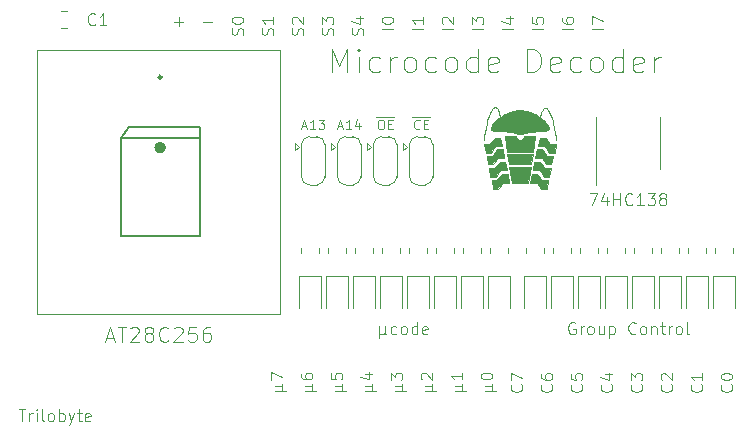
<source format=gbr>
%TF.GenerationSoftware,KiCad,Pcbnew,(6.0.0-0)*%
%TF.CreationDate,2022-08-18T21:47:31-04:00*%
%TF.ProjectId,CPU-Microcode-EEPROMs,4350552d-4d69-4637-926f-636f64652d45,rev?*%
%TF.SameCoordinates,Original*%
%TF.FileFunction,Legend,Top*%
%TF.FilePolarity,Positive*%
%FSLAX46Y46*%
G04 Gerber Fmt 4.6, Leading zero omitted, Abs format (unit mm)*
G04 Created by KiCad (PCBNEW (6.0.0-0)) date 2022-08-18 21:47:31*
%MOMM*%
%LPD*%
G01*
G04 APERTURE LIST*
%ADD10C,0.100000*%
%ADD11C,0.120000*%
%ADD12C,0.150000*%
%ADD13C,0.250000*%
%ADD14C,0.500000*%
%ADD15C,0.026458*%
G04 APERTURE END LIST*
D10*
X105100380Y-80249476D02*
X104100380Y-80249476D01*
X104100380Y-79868523D02*
X104100380Y-79201857D01*
X105100380Y-79630428D01*
X102560380Y-80249476D02*
X101560380Y-80249476D01*
X101560380Y-79344714D02*
X101560380Y-79535190D01*
X101608000Y-79630428D01*
X101655619Y-79678047D01*
X101798476Y-79773285D01*
X101988952Y-79820904D01*
X102369904Y-79820904D01*
X102465142Y-79773285D01*
X102512761Y-79725666D01*
X102560380Y-79630428D01*
X102560380Y-79439952D01*
X102512761Y-79344714D01*
X102465142Y-79297095D01*
X102369904Y-79249476D01*
X102131809Y-79249476D01*
X102036571Y-79297095D01*
X101988952Y-79344714D01*
X101941333Y-79439952D01*
X101941333Y-79630428D01*
X101988952Y-79725666D01*
X102036571Y-79773285D01*
X102131809Y-79820904D01*
X100020380Y-80249476D02*
X99020380Y-80249476D01*
X99020380Y-79297095D02*
X99020380Y-79773285D01*
X99496571Y-79820904D01*
X99448952Y-79773285D01*
X99401333Y-79678047D01*
X99401333Y-79439952D01*
X99448952Y-79344714D01*
X99496571Y-79297095D01*
X99591809Y-79249476D01*
X99829904Y-79249476D01*
X99925142Y-79297095D01*
X99972761Y-79344714D01*
X100020380Y-79439952D01*
X100020380Y-79678047D01*
X99972761Y-79773285D01*
X99925142Y-79820904D01*
X97480380Y-80249476D02*
X96480380Y-80249476D01*
X96813714Y-79344714D02*
X97480380Y-79344714D01*
X96432761Y-79582809D02*
X97147047Y-79820904D01*
X97147047Y-79201857D01*
X94940380Y-80249476D02*
X93940380Y-80249476D01*
X93940380Y-79868523D02*
X93940380Y-79249476D01*
X94321333Y-79582809D01*
X94321333Y-79439952D01*
X94368952Y-79344714D01*
X94416571Y-79297095D01*
X94511809Y-79249476D01*
X94749904Y-79249476D01*
X94845142Y-79297095D01*
X94892761Y-79344714D01*
X94940380Y-79439952D01*
X94940380Y-79725666D01*
X94892761Y-79820904D01*
X94845142Y-79868523D01*
X92400380Y-80249476D02*
X91400380Y-80249476D01*
X91495619Y-79820904D02*
X91448000Y-79773285D01*
X91400380Y-79678047D01*
X91400380Y-79439952D01*
X91448000Y-79344714D01*
X91495619Y-79297095D01*
X91590857Y-79249476D01*
X91686095Y-79249476D01*
X91828952Y-79297095D01*
X92400380Y-79868523D01*
X92400380Y-79249476D01*
X89860380Y-80249476D02*
X88860380Y-80249476D01*
X89860380Y-79249476D02*
X89860380Y-79820904D01*
X89860380Y-79535190D02*
X88860380Y-79535190D01*
X89003238Y-79630428D01*
X89098476Y-79725666D01*
X89146095Y-79820904D01*
X87320380Y-80249476D02*
X86320380Y-80249476D01*
X86320380Y-79582809D02*
X86320380Y-79487571D01*
X86368000Y-79392333D01*
X86415619Y-79344714D01*
X86510857Y-79297095D01*
X86701333Y-79249476D01*
X86939428Y-79249476D01*
X87129904Y-79297095D01*
X87225142Y-79344714D01*
X87272761Y-79392333D01*
X87320380Y-79487571D01*
X87320380Y-79582809D01*
X87272761Y-79678047D01*
X87225142Y-79725666D01*
X87129904Y-79773285D01*
X86939428Y-79820904D01*
X86701333Y-79820904D01*
X86510857Y-79773285D01*
X86415619Y-79725666D01*
X86368000Y-79678047D01*
X86320380Y-79582809D01*
X84732761Y-80773285D02*
X84780380Y-80630428D01*
X84780380Y-80392333D01*
X84732761Y-80297095D01*
X84685142Y-80249476D01*
X84589904Y-80201857D01*
X84494666Y-80201857D01*
X84399428Y-80249476D01*
X84351809Y-80297095D01*
X84304190Y-80392333D01*
X84256571Y-80582809D01*
X84208952Y-80678047D01*
X84161333Y-80725666D01*
X84066095Y-80773285D01*
X83970857Y-80773285D01*
X83875619Y-80725666D01*
X83828000Y-80678047D01*
X83780380Y-80582809D01*
X83780380Y-80344714D01*
X83828000Y-80201857D01*
X84113714Y-79344714D02*
X84780380Y-79344714D01*
X83732761Y-79582809D02*
X84447047Y-79820904D01*
X84447047Y-79201857D01*
X82192761Y-80773285D02*
X82240380Y-80630428D01*
X82240380Y-80392333D01*
X82192761Y-80297095D01*
X82145142Y-80249476D01*
X82049904Y-80201857D01*
X81954666Y-80201857D01*
X81859428Y-80249476D01*
X81811809Y-80297095D01*
X81764190Y-80392333D01*
X81716571Y-80582809D01*
X81668952Y-80678047D01*
X81621333Y-80725666D01*
X81526095Y-80773285D01*
X81430857Y-80773285D01*
X81335619Y-80725666D01*
X81288000Y-80678047D01*
X81240380Y-80582809D01*
X81240380Y-80344714D01*
X81288000Y-80201857D01*
X81240380Y-79868523D02*
X81240380Y-79249476D01*
X81621333Y-79582809D01*
X81621333Y-79439952D01*
X81668952Y-79344714D01*
X81716571Y-79297095D01*
X81811809Y-79249476D01*
X82049904Y-79249476D01*
X82145142Y-79297095D01*
X82192761Y-79344714D01*
X82240380Y-79439952D01*
X82240380Y-79725666D01*
X82192761Y-79820904D01*
X82145142Y-79868523D01*
X79652761Y-80773285D02*
X79700380Y-80630428D01*
X79700380Y-80392333D01*
X79652761Y-80297095D01*
X79605142Y-80249476D01*
X79509904Y-80201857D01*
X79414666Y-80201857D01*
X79319428Y-80249476D01*
X79271809Y-80297095D01*
X79224190Y-80392333D01*
X79176571Y-80582809D01*
X79128952Y-80678047D01*
X79081333Y-80725666D01*
X78986095Y-80773285D01*
X78890857Y-80773285D01*
X78795619Y-80725666D01*
X78748000Y-80678047D01*
X78700380Y-80582809D01*
X78700380Y-80344714D01*
X78748000Y-80201857D01*
X78795619Y-79820904D02*
X78748000Y-79773285D01*
X78700380Y-79678047D01*
X78700380Y-79439952D01*
X78748000Y-79344714D01*
X78795619Y-79297095D01*
X78890857Y-79249476D01*
X78986095Y-79249476D01*
X79128952Y-79297095D01*
X79700380Y-79868523D01*
X79700380Y-79249476D01*
X77112761Y-80773285D02*
X77160380Y-80630428D01*
X77160380Y-80392333D01*
X77112761Y-80297095D01*
X77065142Y-80249476D01*
X76969904Y-80201857D01*
X76874666Y-80201857D01*
X76779428Y-80249476D01*
X76731809Y-80297095D01*
X76684190Y-80392333D01*
X76636571Y-80582809D01*
X76588952Y-80678047D01*
X76541333Y-80725666D01*
X76446095Y-80773285D01*
X76350857Y-80773285D01*
X76255619Y-80725666D01*
X76208000Y-80678047D01*
X76160380Y-80582809D01*
X76160380Y-80344714D01*
X76208000Y-80201857D01*
X77160380Y-79249476D02*
X77160380Y-79820904D01*
X77160380Y-79535190D02*
X76160380Y-79535190D01*
X76303238Y-79630428D01*
X76398476Y-79725666D01*
X76446095Y-79820904D01*
X74572761Y-80773285D02*
X74620380Y-80630428D01*
X74620380Y-80392333D01*
X74572761Y-80297095D01*
X74525142Y-80249476D01*
X74429904Y-80201857D01*
X74334666Y-80201857D01*
X74239428Y-80249476D01*
X74191809Y-80297095D01*
X74144190Y-80392333D01*
X74096571Y-80582809D01*
X74048952Y-80678047D01*
X74001333Y-80725666D01*
X73906095Y-80773285D01*
X73810857Y-80773285D01*
X73715619Y-80725666D01*
X73668000Y-80678047D01*
X73620380Y-80582809D01*
X73620380Y-80344714D01*
X73668000Y-80201857D01*
X73620380Y-79582809D02*
X73620380Y-79487571D01*
X73668000Y-79392333D01*
X73715619Y-79344714D01*
X73810857Y-79297095D01*
X74001333Y-79249476D01*
X74239428Y-79249476D01*
X74429904Y-79297095D01*
X74525142Y-79344714D01*
X74572761Y-79392333D01*
X74620380Y-79487571D01*
X74620380Y-79582809D01*
X74572761Y-79678047D01*
X74525142Y-79725666D01*
X74429904Y-79773285D01*
X74239428Y-79820904D01*
X74001333Y-79820904D01*
X73810857Y-79773285D01*
X73715619Y-79725666D01*
X73668000Y-79678047D01*
X73620380Y-79582809D01*
X71931000Y-79684571D02*
X71169095Y-79684571D01*
X69159428Y-80059000D02*
X69159428Y-79297095D01*
X69540380Y-79678047D02*
X68778476Y-79678047D01*
X113387142Y-110377476D02*
X113434761Y-110425095D01*
X113482380Y-110567952D01*
X113482380Y-110663190D01*
X113434761Y-110806047D01*
X113339523Y-110901285D01*
X113244285Y-110948904D01*
X113053809Y-110996523D01*
X112910952Y-110996523D01*
X112720476Y-110948904D01*
X112625238Y-110901285D01*
X112530000Y-110806047D01*
X112482380Y-110663190D01*
X112482380Y-110567952D01*
X112530000Y-110425095D01*
X112577619Y-110377476D01*
X113482380Y-109425095D02*
X113482380Y-109996523D01*
X113482380Y-109710809D02*
X112482380Y-109710809D01*
X112625238Y-109806047D01*
X112720476Y-109901285D01*
X112768095Y-109996523D01*
X77255714Y-110948904D02*
X78255714Y-110948904D01*
X77779523Y-110472714D02*
X77874761Y-110425095D01*
X77922380Y-110329857D01*
X77779523Y-110948904D02*
X77874761Y-110901285D01*
X77922380Y-110806047D01*
X77922380Y-110615571D01*
X77874761Y-110520333D01*
X77779523Y-110472714D01*
X77255714Y-110472714D01*
X76922380Y-109996523D02*
X76922380Y-109329857D01*
X77922380Y-109758428D01*
X92495714Y-110948904D02*
X93495714Y-110948904D01*
X93019523Y-110472714D02*
X93114761Y-110425095D01*
X93162380Y-110329857D01*
X93019523Y-110948904D02*
X93114761Y-110901285D01*
X93162380Y-110806047D01*
X93162380Y-110615571D01*
X93114761Y-110520333D01*
X93019523Y-110472714D01*
X92495714Y-110472714D01*
X93162380Y-109377476D02*
X93162380Y-109948904D01*
X93162380Y-109663190D02*
X92162380Y-109663190D01*
X92305238Y-109758428D01*
X92400476Y-109853666D01*
X92448095Y-109948904D01*
X108307142Y-110377476D02*
X108354761Y-110425095D01*
X108402380Y-110567952D01*
X108402380Y-110663190D01*
X108354761Y-110806047D01*
X108259523Y-110901285D01*
X108164285Y-110948904D01*
X107973809Y-110996523D01*
X107830952Y-110996523D01*
X107640476Y-110948904D01*
X107545238Y-110901285D01*
X107450000Y-110806047D01*
X107402380Y-110663190D01*
X107402380Y-110567952D01*
X107450000Y-110425095D01*
X107497619Y-110377476D01*
X107402380Y-110044142D02*
X107402380Y-109425095D01*
X107783333Y-109758428D01*
X107783333Y-109615571D01*
X107830952Y-109520333D01*
X107878571Y-109472714D01*
X107973809Y-109425095D01*
X108211904Y-109425095D01*
X108307142Y-109472714D01*
X108354761Y-109520333D01*
X108402380Y-109615571D01*
X108402380Y-109901285D01*
X108354761Y-109996523D01*
X108307142Y-110044142D01*
X86090380Y-105449714D02*
X86090380Y-106449714D01*
X86566571Y-105973523D02*
X86614190Y-106068761D01*
X86709428Y-106116380D01*
X86090380Y-105973523D02*
X86138000Y-106068761D01*
X86233238Y-106116380D01*
X86423714Y-106116380D01*
X86518952Y-106068761D01*
X86566571Y-105973523D01*
X86566571Y-105449714D01*
X87566571Y-106068761D02*
X87471333Y-106116380D01*
X87280857Y-106116380D01*
X87185619Y-106068761D01*
X87138000Y-106021142D01*
X87090380Y-105925904D01*
X87090380Y-105640190D01*
X87138000Y-105544952D01*
X87185619Y-105497333D01*
X87280857Y-105449714D01*
X87471333Y-105449714D01*
X87566571Y-105497333D01*
X88138000Y-106116380D02*
X88042761Y-106068761D01*
X87995142Y-106021142D01*
X87947523Y-105925904D01*
X87947523Y-105640190D01*
X87995142Y-105544952D01*
X88042761Y-105497333D01*
X88138000Y-105449714D01*
X88280857Y-105449714D01*
X88376095Y-105497333D01*
X88423714Y-105544952D01*
X88471333Y-105640190D01*
X88471333Y-105925904D01*
X88423714Y-106021142D01*
X88376095Y-106068761D01*
X88280857Y-106116380D01*
X88138000Y-106116380D01*
X89328476Y-106116380D02*
X89328476Y-105116380D01*
X89328476Y-106068761D02*
X89233238Y-106116380D01*
X89042761Y-106116380D01*
X88947523Y-106068761D01*
X88899904Y-106021142D01*
X88852285Y-105925904D01*
X88852285Y-105640190D01*
X88899904Y-105544952D01*
X88947523Y-105497333D01*
X89042761Y-105449714D01*
X89233238Y-105449714D01*
X89328476Y-105497333D01*
X90185619Y-106068761D02*
X90090380Y-106116380D01*
X89899904Y-106116380D01*
X89804666Y-106068761D01*
X89757047Y-105973523D01*
X89757047Y-105592571D01*
X89804666Y-105497333D01*
X89899904Y-105449714D01*
X90090380Y-105449714D01*
X90185619Y-105497333D01*
X90233238Y-105592571D01*
X90233238Y-105687809D01*
X89757047Y-105783047D01*
X103227142Y-110377476D02*
X103274761Y-110425095D01*
X103322380Y-110567952D01*
X103322380Y-110663190D01*
X103274761Y-110806047D01*
X103179523Y-110901285D01*
X103084285Y-110948904D01*
X102893809Y-110996523D01*
X102750952Y-110996523D01*
X102560476Y-110948904D01*
X102465238Y-110901285D01*
X102370000Y-110806047D01*
X102322380Y-110663190D01*
X102322380Y-110567952D01*
X102370000Y-110425095D01*
X102417619Y-110377476D01*
X102322380Y-109472714D02*
X102322380Y-109948904D01*
X102798571Y-109996523D01*
X102750952Y-109948904D01*
X102703333Y-109853666D01*
X102703333Y-109615571D01*
X102750952Y-109520333D01*
X102798571Y-109472714D01*
X102893809Y-109425095D01*
X103131904Y-109425095D01*
X103227142Y-109472714D01*
X103274761Y-109520333D01*
X103322380Y-109615571D01*
X103322380Y-109853666D01*
X103274761Y-109948904D01*
X103227142Y-109996523D01*
X110847142Y-110377476D02*
X110894761Y-110425095D01*
X110942380Y-110567952D01*
X110942380Y-110663190D01*
X110894761Y-110806047D01*
X110799523Y-110901285D01*
X110704285Y-110948904D01*
X110513809Y-110996523D01*
X110370952Y-110996523D01*
X110180476Y-110948904D01*
X110085238Y-110901285D01*
X109990000Y-110806047D01*
X109942380Y-110663190D01*
X109942380Y-110567952D01*
X109990000Y-110425095D01*
X110037619Y-110377476D01*
X110037619Y-109996523D02*
X109990000Y-109948904D01*
X109942380Y-109853666D01*
X109942380Y-109615571D01*
X109990000Y-109520333D01*
X110037619Y-109472714D01*
X110132857Y-109425095D01*
X110228095Y-109425095D01*
X110370952Y-109472714D01*
X110942380Y-110044142D01*
X110942380Y-109425095D01*
X55578761Y-112482380D02*
X56150190Y-112482380D01*
X55864476Y-113482380D02*
X55864476Y-112482380D01*
X56483523Y-113482380D02*
X56483523Y-112815714D01*
X56483523Y-113006190D02*
X56531142Y-112910952D01*
X56578761Y-112863333D01*
X56674000Y-112815714D01*
X56769238Y-112815714D01*
X57102571Y-113482380D02*
X57102571Y-112815714D01*
X57102571Y-112482380D02*
X57054952Y-112530000D01*
X57102571Y-112577619D01*
X57150190Y-112530000D01*
X57102571Y-112482380D01*
X57102571Y-112577619D01*
X57721619Y-113482380D02*
X57626380Y-113434761D01*
X57578761Y-113339523D01*
X57578761Y-112482380D01*
X58245428Y-113482380D02*
X58150190Y-113434761D01*
X58102571Y-113387142D01*
X58054952Y-113291904D01*
X58054952Y-113006190D01*
X58102571Y-112910952D01*
X58150190Y-112863333D01*
X58245428Y-112815714D01*
X58388285Y-112815714D01*
X58483523Y-112863333D01*
X58531142Y-112910952D01*
X58578761Y-113006190D01*
X58578761Y-113291904D01*
X58531142Y-113387142D01*
X58483523Y-113434761D01*
X58388285Y-113482380D01*
X58245428Y-113482380D01*
X59007333Y-113482380D02*
X59007333Y-112482380D01*
X59007333Y-112863333D02*
X59102571Y-112815714D01*
X59293047Y-112815714D01*
X59388285Y-112863333D01*
X59435904Y-112910952D01*
X59483523Y-113006190D01*
X59483523Y-113291904D01*
X59435904Y-113387142D01*
X59388285Y-113434761D01*
X59293047Y-113482380D01*
X59102571Y-113482380D01*
X59007333Y-113434761D01*
X59816857Y-112815714D02*
X60054952Y-113482380D01*
X60293047Y-112815714D02*
X60054952Y-113482380D01*
X59959714Y-113720476D01*
X59912095Y-113768095D01*
X59816857Y-113815714D01*
X60531142Y-112815714D02*
X60912095Y-112815714D01*
X60674000Y-112482380D02*
X60674000Y-113339523D01*
X60721619Y-113434761D01*
X60816857Y-113482380D01*
X60912095Y-113482380D01*
X61626380Y-113434761D02*
X61531142Y-113482380D01*
X61340666Y-113482380D01*
X61245428Y-113434761D01*
X61197809Y-113339523D01*
X61197809Y-112958571D01*
X61245428Y-112863333D01*
X61340666Y-112815714D01*
X61531142Y-112815714D01*
X61626380Y-112863333D01*
X61674000Y-112958571D01*
X61674000Y-113053809D01*
X61197809Y-113149047D01*
X79795714Y-110948904D02*
X80795714Y-110948904D01*
X80319523Y-110472714D02*
X80414761Y-110425095D01*
X80462380Y-110329857D01*
X80319523Y-110948904D02*
X80414761Y-110901285D01*
X80462380Y-110806047D01*
X80462380Y-110615571D01*
X80414761Y-110520333D01*
X80319523Y-110472714D01*
X79795714Y-110472714D01*
X79462380Y-109472714D02*
X79462380Y-109663190D01*
X79510000Y-109758428D01*
X79557619Y-109806047D01*
X79700476Y-109901285D01*
X79890952Y-109948904D01*
X80271904Y-109948904D01*
X80367142Y-109901285D01*
X80414761Y-109853666D01*
X80462380Y-109758428D01*
X80462380Y-109567952D01*
X80414761Y-109472714D01*
X80367142Y-109425095D01*
X80271904Y-109377476D01*
X80033809Y-109377476D01*
X79938571Y-109425095D01*
X79890952Y-109472714D01*
X79843333Y-109567952D01*
X79843333Y-109758428D01*
X79890952Y-109853666D01*
X79938571Y-109901285D01*
X80033809Y-109948904D01*
X84875714Y-110948904D02*
X85875714Y-110948904D01*
X85399523Y-110472714D02*
X85494761Y-110425095D01*
X85542380Y-110329857D01*
X85399523Y-110948904D02*
X85494761Y-110901285D01*
X85542380Y-110806047D01*
X85542380Y-110615571D01*
X85494761Y-110520333D01*
X85399523Y-110472714D01*
X84875714Y-110472714D01*
X84875714Y-109472714D02*
X85542380Y-109472714D01*
X84494761Y-109710809D02*
X85209047Y-109948904D01*
X85209047Y-109329857D01*
X98147142Y-110377476D02*
X98194761Y-110425095D01*
X98242380Y-110567952D01*
X98242380Y-110663190D01*
X98194761Y-110806047D01*
X98099523Y-110901285D01*
X98004285Y-110948904D01*
X97813809Y-110996523D01*
X97670952Y-110996523D01*
X97480476Y-110948904D01*
X97385238Y-110901285D01*
X97290000Y-110806047D01*
X97242380Y-110663190D01*
X97242380Y-110567952D01*
X97290000Y-110425095D01*
X97337619Y-110377476D01*
X97242380Y-110044142D02*
X97242380Y-109377476D01*
X98242380Y-109806047D01*
X82335714Y-110948904D02*
X83335714Y-110948904D01*
X82859523Y-110472714D02*
X82954761Y-110425095D01*
X83002380Y-110329857D01*
X82859523Y-110948904D02*
X82954761Y-110901285D01*
X83002380Y-110806047D01*
X83002380Y-110615571D01*
X82954761Y-110520333D01*
X82859523Y-110472714D01*
X82335714Y-110472714D01*
X82002380Y-109425095D02*
X82002380Y-109901285D01*
X82478571Y-109948904D01*
X82430952Y-109901285D01*
X82383333Y-109806047D01*
X82383333Y-109567952D01*
X82430952Y-109472714D01*
X82478571Y-109425095D01*
X82573809Y-109377476D01*
X82811904Y-109377476D01*
X82907142Y-109425095D01*
X82954761Y-109472714D01*
X83002380Y-109567952D01*
X83002380Y-109806047D01*
X82954761Y-109901285D01*
X82907142Y-109948904D01*
X95035714Y-110948904D02*
X96035714Y-110948904D01*
X95559523Y-110472714D02*
X95654761Y-110425095D01*
X95702380Y-110329857D01*
X95559523Y-110948904D02*
X95654761Y-110901285D01*
X95702380Y-110806047D01*
X95702380Y-110615571D01*
X95654761Y-110520333D01*
X95559523Y-110472714D01*
X95035714Y-110472714D01*
X94702380Y-109710809D02*
X94702380Y-109615571D01*
X94750000Y-109520333D01*
X94797619Y-109472714D01*
X94892857Y-109425095D01*
X95083333Y-109377476D01*
X95321428Y-109377476D01*
X95511904Y-109425095D01*
X95607142Y-109472714D01*
X95654761Y-109520333D01*
X95702380Y-109615571D01*
X95702380Y-109710809D01*
X95654761Y-109806047D01*
X95607142Y-109853666D01*
X95511904Y-109901285D01*
X95321428Y-109948904D01*
X95083333Y-109948904D01*
X94892857Y-109901285D01*
X94797619Y-109853666D01*
X94750000Y-109806047D01*
X94702380Y-109710809D01*
X87415714Y-110948904D02*
X88415714Y-110948904D01*
X87939523Y-110472714D02*
X88034761Y-110425095D01*
X88082380Y-110329857D01*
X87939523Y-110948904D02*
X88034761Y-110901285D01*
X88082380Y-110806047D01*
X88082380Y-110615571D01*
X88034761Y-110520333D01*
X87939523Y-110472714D01*
X87415714Y-110472714D01*
X87082380Y-109996523D02*
X87082380Y-109377476D01*
X87463333Y-109710809D01*
X87463333Y-109567952D01*
X87510952Y-109472714D01*
X87558571Y-109425095D01*
X87653809Y-109377476D01*
X87891904Y-109377476D01*
X87987142Y-109425095D01*
X88034761Y-109472714D01*
X88082380Y-109567952D01*
X88082380Y-109853666D01*
X88034761Y-109948904D01*
X87987142Y-109996523D01*
X105767142Y-110377476D02*
X105814761Y-110425095D01*
X105862380Y-110567952D01*
X105862380Y-110663190D01*
X105814761Y-110806047D01*
X105719523Y-110901285D01*
X105624285Y-110948904D01*
X105433809Y-110996523D01*
X105290952Y-110996523D01*
X105100476Y-110948904D01*
X105005238Y-110901285D01*
X104910000Y-110806047D01*
X104862380Y-110663190D01*
X104862380Y-110567952D01*
X104910000Y-110425095D01*
X104957619Y-110377476D01*
X105195714Y-109520333D02*
X105862380Y-109520333D01*
X104814761Y-109758428D02*
X105529047Y-109996523D01*
X105529047Y-109377476D01*
X89955714Y-110948904D02*
X90955714Y-110948904D01*
X90479523Y-110472714D02*
X90574761Y-110425095D01*
X90622380Y-110329857D01*
X90479523Y-110948904D02*
X90574761Y-110901285D01*
X90622380Y-110806047D01*
X90622380Y-110615571D01*
X90574761Y-110520333D01*
X90479523Y-110472714D01*
X89955714Y-110472714D01*
X89717619Y-109948904D02*
X89670000Y-109901285D01*
X89622380Y-109806047D01*
X89622380Y-109567952D01*
X89670000Y-109472714D01*
X89717619Y-109425095D01*
X89812857Y-109377476D01*
X89908095Y-109377476D01*
X90050952Y-109425095D01*
X90622380Y-109996523D01*
X90622380Y-109377476D01*
X102688000Y-105164000D02*
X102592761Y-105116380D01*
X102449904Y-105116380D01*
X102307047Y-105164000D01*
X102211809Y-105259238D01*
X102164190Y-105354476D01*
X102116571Y-105544952D01*
X102116571Y-105687809D01*
X102164190Y-105878285D01*
X102211809Y-105973523D01*
X102307047Y-106068761D01*
X102449904Y-106116380D01*
X102545142Y-106116380D01*
X102688000Y-106068761D01*
X102735619Y-106021142D01*
X102735619Y-105687809D01*
X102545142Y-105687809D01*
X103164190Y-106116380D02*
X103164190Y-105449714D01*
X103164190Y-105640190D02*
X103211809Y-105544952D01*
X103259428Y-105497333D01*
X103354666Y-105449714D01*
X103449904Y-105449714D01*
X103926095Y-106116380D02*
X103830857Y-106068761D01*
X103783238Y-106021142D01*
X103735619Y-105925904D01*
X103735619Y-105640190D01*
X103783238Y-105544952D01*
X103830857Y-105497333D01*
X103926095Y-105449714D01*
X104068952Y-105449714D01*
X104164190Y-105497333D01*
X104211809Y-105544952D01*
X104259428Y-105640190D01*
X104259428Y-105925904D01*
X104211809Y-106021142D01*
X104164190Y-106068761D01*
X104068952Y-106116380D01*
X103926095Y-106116380D01*
X105116571Y-105449714D02*
X105116571Y-106116380D01*
X104688000Y-105449714D02*
X104688000Y-105973523D01*
X104735619Y-106068761D01*
X104830857Y-106116380D01*
X104973714Y-106116380D01*
X105068952Y-106068761D01*
X105116571Y-106021142D01*
X105592761Y-105449714D02*
X105592761Y-106449714D01*
X105592761Y-105497333D02*
X105688000Y-105449714D01*
X105878476Y-105449714D01*
X105973714Y-105497333D01*
X106021333Y-105544952D01*
X106068952Y-105640190D01*
X106068952Y-105925904D01*
X106021333Y-106021142D01*
X105973714Y-106068761D01*
X105878476Y-106116380D01*
X105688000Y-106116380D01*
X105592761Y-106068761D01*
X107830857Y-106021142D02*
X107783238Y-106068761D01*
X107640380Y-106116380D01*
X107545142Y-106116380D01*
X107402285Y-106068761D01*
X107307047Y-105973523D01*
X107259428Y-105878285D01*
X107211809Y-105687809D01*
X107211809Y-105544952D01*
X107259428Y-105354476D01*
X107307047Y-105259238D01*
X107402285Y-105164000D01*
X107545142Y-105116380D01*
X107640380Y-105116380D01*
X107783238Y-105164000D01*
X107830857Y-105211619D01*
X108402285Y-106116380D02*
X108307047Y-106068761D01*
X108259428Y-106021142D01*
X108211809Y-105925904D01*
X108211809Y-105640190D01*
X108259428Y-105544952D01*
X108307047Y-105497333D01*
X108402285Y-105449714D01*
X108545142Y-105449714D01*
X108640380Y-105497333D01*
X108688000Y-105544952D01*
X108735619Y-105640190D01*
X108735619Y-105925904D01*
X108688000Y-106021142D01*
X108640380Y-106068761D01*
X108545142Y-106116380D01*
X108402285Y-106116380D01*
X109164190Y-105449714D02*
X109164190Y-106116380D01*
X109164190Y-105544952D02*
X109211809Y-105497333D01*
X109307047Y-105449714D01*
X109449904Y-105449714D01*
X109545142Y-105497333D01*
X109592761Y-105592571D01*
X109592761Y-106116380D01*
X109926095Y-105449714D02*
X110307047Y-105449714D01*
X110068952Y-105116380D02*
X110068952Y-105973523D01*
X110116571Y-106068761D01*
X110211809Y-106116380D01*
X110307047Y-106116380D01*
X110640380Y-106116380D02*
X110640380Y-105449714D01*
X110640380Y-105640190D02*
X110688000Y-105544952D01*
X110735619Y-105497333D01*
X110830857Y-105449714D01*
X110926095Y-105449714D01*
X111402285Y-106116380D02*
X111307047Y-106068761D01*
X111259428Y-106021142D01*
X111211809Y-105925904D01*
X111211809Y-105640190D01*
X111259428Y-105544952D01*
X111307047Y-105497333D01*
X111402285Y-105449714D01*
X111545142Y-105449714D01*
X111640380Y-105497333D01*
X111688000Y-105544952D01*
X111735619Y-105640190D01*
X111735619Y-105925904D01*
X111688000Y-106021142D01*
X111640380Y-106068761D01*
X111545142Y-106116380D01*
X111402285Y-106116380D01*
X112307047Y-106116380D02*
X112211809Y-106068761D01*
X112164190Y-105973523D01*
X112164190Y-105116380D01*
X115927142Y-110377476D02*
X115974761Y-110425095D01*
X116022380Y-110567952D01*
X116022380Y-110663190D01*
X115974761Y-110806047D01*
X115879523Y-110901285D01*
X115784285Y-110948904D01*
X115593809Y-110996523D01*
X115450952Y-110996523D01*
X115260476Y-110948904D01*
X115165238Y-110901285D01*
X115070000Y-110806047D01*
X115022380Y-110663190D01*
X115022380Y-110567952D01*
X115070000Y-110425095D01*
X115117619Y-110377476D01*
X115022380Y-109758428D02*
X115022380Y-109663190D01*
X115070000Y-109567952D01*
X115117619Y-109520333D01*
X115212857Y-109472714D01*
X115403333Y-109425095D01*
X115641428Y-109425095D01*
X115831904Y-109472714D01*
X115927142Y-109520333D01*
X115974761Y-109567952D01*
X116022380Y-109663190D01*
X116022380Y-109758428D01*
X115974761Y-109853666D01*
X115927142Y-109901285D01*
X115831904Y-109948904D01*
X115641428Y-109996523D01*
X115403333Y-109996523D01*
X115212857Y-109948904D01*
X115117619Y-109901285D01*
X115070000Y-109853666D01*
X115022380Y-109758428D01*
X82075761Y-83962761D02*
X82075761Y-81962761D01*
X82742428Y-83391333D01*
X83409095Y-81962761D01*
X83409095Y-83962761D01*
X84361476Y-83962761D02*
X84361476Y-82629428D01*
X84361476Y-81962761D02*
X84266238Y-82058000D01*
X84361476Y-82153238D01*
X84456714Y-82058000D01*
X84361476Y-81962761D01*
X84361476Y-82153238D01*
X86171000Y-83867523D02*
X85980523Y-83962761D01*
X85599571Y-83962761D01*
X85409095Y-83867523D01*
X85313857Y-83772285D01*
X85218619Y-83581809D01*
X85218619Y-83010380D01*
X85313857Y-82819904D01*
X85409095Y-82724666D01*
X85599571Y-82629428D01*
X85980523Y-82629428D01*
X86171000Y-82724666D01*
X87028142Y-83962761D02*
X87028142Y-82629428D01*
X87028142Y-83010380D02*
X87123380Y-82819904D01*
X87218619Y-82724666D01*
X87409095Y-82629428D01*
X87599571Y-82629428D01*
X88551952Y-83962761D02*
X88361476Y-83867523D01*
X88266238Y-83772285D01*
X88171000Y-83581809D01*
X88171000Y-83010380D01*
X88266238Y-82819904D01*
X88361476Y-82724666D01*
X88551952Y-82629428D01*
X88837666Y-82629428D01*
X89028142Y-82724666D01*
X89123380Y-82819904D01*
X89218619Y-83010380D01*
X89218619Y-83581809D01*
X89123380Y-83772285D01*
X89028142Y-83867523D01*
X88837666Y-83962761D01*
X88551952Y-83962761D01*
X90932904Y-83867523D02*
X90742428Y-83962761D01*
X90361476Y-83962761D01*
X90171000Y-83867523D01*
X90075761Y-83772285D01*
X89980523Y-83581809D01*
X89980523Y-83010380D01*
X90075761Y-82819904D01*
X90171000Y-82724666D01*
X90361476Y-82629428D01*
X90742428Y-82629428D01*
X90932904Y-82724666D01*
X92075761Y-83962761D02*
X91885285Y-83867523D01*
X91790047Y-83772285D01*
X91694809Y-83581809D01*
X91694809Y-83010380D01*
X91790047Y-82819904D01*
X91885285Y-82724666D01*
X92075761Y-82629428D01*
X92361476Y-82629428D01*
X92551952Y-82724666D01*
X92647190Y-82819904D01*
X92742428Y-83010380D01*
X92742428Y-83581809D01*
X92647190Y-83772285D01*
X92551952Y-83867523D01*
X92361476Y-83962761D01*
X92075761Y-83962761D01*
X94456714Y-83962761D02*
X94456714Y-81962761D01*
X94456714Y-83867523D02*
X94266238Y-83962761D01*
X93885285Y-83962761D01*
X93694809Y-83867523D01*
X93599571Y-83772285D01*
X93504333Y-83581809D01*
X93504333Y-83010380D01*
X93599571Y-82819904D01*
X93694809Y-82724666D01*
X93885285Y-82629428D01*
X94266238Y-82629428D01*
X94456714Y-82724666D01*
X96171000Y-83867523D02*
X95980523Y-83962761D01*
X95599571Y-83962761D01*
X95409095Y-83867523D01*
X95313857Y-83677047D01*
X95313857Y-82915142D01*
X95409095Y-82724666D01*
X95599571Y-82629428D01*
X95980523Y-82629428D01*
X96171000Y-82724666D01*
X96266238Y-82915142D01*
X96266238Y-83105619D01*
X95313857Y-83296095D01*
X98647190Y-83962761D02*
X98647190Y-81962761D01*
X99123380Y-81962761D01*
X99409095Y-82058000D01*
X99599571Y-82248476D01*
X99694809Y-82438952D01*
X99790047Y-82819904D01*
X99790047Y-83105619D01*
X99694809Y-83486571D01*
X99599571Y-83677047D01*
X99409095Y-83867523D01*
X99123380Y-83962761D01*
X98647190Y-83962761D01*
X101409095Y-83867523D02*
X101218619Y-83962761D01*
X100837666Y-83962761D01*
X100647190Y-83867523D01*
X100551952Y-83677047D01*
X100551952Y-82915142D01*
X100647190Y-82724666D01*
X100837666Y-82629428D01*
X101218619Y-82629428D01*
X101409095Y-82724666D01*
X101504333Y-82915142D01*
X101504333Y-83105619D01*
X100551952Y-83296095D01*
X103218619Y-83867523D02*
X103028142Y-83962761D01*
X102647190Y-83962761D01*
X102456714Y-83867523D01*
X102361476Y-83772285D01*
X102266238Y-83581809D01*
X102266238Y-83010380D01*
X102361476Y-82819904D01*
X102456714Y-82724666D01*
X102647190Y-82629428D01*
X103028142Y-82629428D01*
X103218619Y-82724666D01*
X104361476Y-83962761D02*
X104171000Y-83867523D01*
X104075761Y-83772285D01*
X103980523Y-83581809D01*
X103980523Y-83010380D01*
X104075761Y-82819904D01*
X104171000Y-82724666D01*
X104361476Y-82629428D01*
X104647190Y-82629428D01*
X104837666Y-82724666D01*
X104932904Y-82819904D01*
X105028142Y-83010380D01*
X105028142Y-83581809D01*
X104932904Y-83772285D01*
X104837666Y-83867523D01*
X104647190Y-83962761D01*
X104361476Y-83962761D01*
X106742428Y-83962761D02*
X106742428Y-81962761D01*
X106742428Y-83867523D02*
X106551952Y-83962761D01*
X106171000Y-83962761D01*
X105980523Y-83867523D01*
X105885285Y-83772285D01*
X105790047Y-83581809D01*
X105790047Y-83010380D01*
X105885285Y-82819904D01*
X105980523Y-82724666D01*
X106171000Y-82629428D01*
X106551952Y-82629428D01*
X106742428Y-82724666D01*
X108456714Y-83867523D02*
X108266238Y-83962761D01*
X107885285Y-83962761D01*
X107694809Y-83867523D01*
X107599571Y-83677047D01*
X107599571Y-82915142D01*
X107694809Y-82724666D01*
X107885285Y-82629428D01*
X108266238Y-82629428D01*
X108456714Y-82724666D01*
X108551952Y-82915142D01*
X108551952Y-83105619D01*
X107599571Y-83296095D01*
X109409095Y-83962761D02*
X109409095Y-82629428D01*
X109409095Y-83010380D02*
X109504333Y-82819904D01*
X109599571Y-82724666D01*
X109790047Y-82629428D01*
X109980523Y-82629428D01*
X100687142Y-110377476D02*
X100734761Y-110425095D01*
X100782380Y-110567952D01*
X100782380Y-110663190D01*
X100734761Y-110806047D01*
X100639523Y-110901285D01*
X100544285Y-110948904D01*
X100353809Y-110996523D01*
X100210952Y-110996523D01*
X100020476Y-110948904D01*
X99925238Y-110901285D01*
X99830000Y-110806047D01*
X99782380Y-110663190D01*
X99782380Y-110567952D01*
X99830000Y-110425095D01*
X99877619Y-110377476D01*
X99782380Y-109520333D02*
X99782380Y-109710809D01*
X99830000Y-109806047D01*
X99877619Y-109853666D01*
X100020476Y-109948904D01*
X100210952Y-109996523D01*
X100591904Y-109996523D01*
X100687142Y-109948904D01*
X100734761Y-109901285D01*
X100782380Y-109806047D01*
X100782380Y-109615571D01*
X100734761Y-109520333D01*
X100687142Y-109472714D01*
X100591904Y-109425095D01*
X100353809Y-109425095D01*
X100258571Y-109472714D01*
X100210952Y-109520333D01*
X100163333Y-109615571D01*
X100163333Y-109806047D01*
X100210952Y-109901285D01*
X100258571Y-109948904D01*
X100353809Y-109996523D01*
%TO.C,C1*%
X62063333Y-79859142D02*
X62015714Y-79906761D01*
X61872857Y-79954380D01*
X61777619Y-79954380D01*
X61634761Y-79906761D01*
X61539523Y-79811523D01*
X61491904Y-79716285D01*
X61444285Y-79525809D01*
X61444285Y-79382952D01*
X61491904Y-79192476D01*
X61539523Y-79097238D01*
X61634761Y-79002000D01*
X61777619Y-78954380D01*
X61872857Y-78954380D01*
X62015714Y-79002000D01*
X62063333Y-79049619D01*
X63015714Y-79954380D02*
X62444285Y-79954380D01*
X62730000Y-79954380D02*
X62730000Y-78954380D01*
X62634761Y-79097238D01*
X62539523Y-79192476D01*
X62444285Y-79240095D01*
%TO.C,U1*%
X103926095Y-94194380D02*
X104592761Y-94194380D01*
X104164190Y-95194380D01*
X105402285Y-94527714D02*
X105402285Y-95194380D01*
X105164190Y-94146761D02*
X104926095Y-94861047D01*
X105545142Y-94861047D01*
X105926095Y-95194380D02*
X105926095Y-94194380D01*
X105926095Y-94670571D02*
X106497523Y-94670571D01*
X106497523Y-95194380D02*
X106497523Y-94194380D01*
X107545142Y-95099142D02*
X107497523Y-95146761D01*
X107354666Y-95194380D01*
X107259428Y-95194380D01*
X107116571Y-95146761D01*
X107021333Y-95051523D01*
X106973714Y-94956285D01*
X106926095Y-94765809D01*
X106926095Y-94622952D01*
X106973714Y-94432476D01*
X107021333Y-94337238D01*
X107116571Y-94242000D01*
X107259428Y-94194380D01*
X107354666Y-94194380D01*
X107497523Y-94242000D01*
X107545142Y-94289619D01*
X108497523Y-95194380D02*
X107926095Y-95194380D01*
X108211809Y-95194380D02*
X108211809Y-94194380D01*
X108116571Y-94337238D01*
X108021333Y-94432476D01*
X107926095Y-94480095D01*
X108830857Y-94194380D02*
X109449904Y-94194380D01*
X109116571Y-94575333D01*
X109259428Y-94575333D01*
X109354666Y-94622952D01*
X109402285Y-94670571D01*
X109449904Y-94765809D01*
X109449904Y-95003904D01*
X109402285Y-95099142D01*
X109354666Y-95146761D01*
X109259428Y-95194380D01*
X108973714Y-95194380D01*
X108878476Y-95146761D01*
X108830857Y-95099142D01*
X110021333Y-94622952D02*
X109926095Y-94575333D01*
X109878476Y-94527714D01*
X109830857Y-94432476D01*
X109830857Y-94384857D01*
X109878476Y-94289619D01*
X109926095Y-94242000D01*
X110021333Y-94194380D01*
X110211809Y-94194380D01*
X110307047Y-94242000D01*
X110354666Y-94289619D01*
X110402285Y-94384857D01*
X110402285Y-94432476D01*
X110354666Y-94527714D01*
X110307047Y-94575333D01*
X110211809Y-94622952D01*
X110021333Y-94622952D01*
X109926095Y-94670571D01*
X109878476Y-94718190D01*
X109830857Y-94813428D01*
X109830857Y-95003904D01*
X109878476Y-95099142D01*
X109926095Y-95146761D01*
X110021333Y-95194380D01*
X110211809Y-95194380D01*
X110307047Y-95146761D01*
X110354666Y-95099142D01*
X110402285Y-95003904D01*
X110402285Y-94813428D01*
X110354666Y-94718190D01*
X110307047Y-94670571D01*
X110211809Y-94622952D01*
%TO.C,U2*%
X62992000Y-106405666D02*
X63596761Y-106405666D01*
X62871047Y-106768523D02*
X63294380Y-105498523D01*
X63717714Y-106768523D01*
X63959619Y-105498523D02*
X64685333Y-105498523D01*
X64322476Y-106768523D02*
X64322476Y-105498523D01*
X65048190Y-105619476D02*
X65108666Y-105559000D01*
X65229619Y-105498523D01*
X65532000Y-105498523D01*
X65652952Y-105559000D01*
X65713428Y-105619476D01*
X65773904Y-105740428D01*
X65773904Y-105861380D01*
X65713428Y-106042809D01*
X64987714Y-106768523D01*
X65773904Y-106768523D01*
X66499619Y-106042809D02*
X66378666Y-105982333D01*
X66318190Y-105921857D01*
X66257714Y-105800904D01*
X66257714Y-105740428D01*
X66318190Y-105619476D01*
X66378666Y-105559000D01*
X66499619Y-105498523D01*
X66741523Y-105498523D01*
X66862476Y-105559000D01*
X66922952Y-105619476D01*
X66983428Y-105740428D01*
X66983428Y-105800904D01*
X66922952Y-105921857D01*
X66862476Y-105982333D01*
X66741523Y-106042809D01*
X66499619Y-106042809D01*
X66378666Y-106103285D01*
X66318190Y-106163761D01*
X66257714Y-106284714D01*
X66257714Y-106526619D01*
X66318190Y-106647571D01*
X66378666Y-106708047D01*
X66499619Y-106768523D01*
X66741523Y-106768523D01*
X66862476Y-106708047D01*
X66922952Y-106647571D01*
X66983428Y-106526619D01*
X66983428Y-106284714D01*
X66922952Y-106163761D01*
X66862476Y-106103285D01*
X66741523Y-106042809D01*
X68253428Y-106647571D02*
X68192952Y-106708047D01*
X68011523Y-106768523D01*
X67890571Y-106768523D01*
X67709142Y-106708047D01*
X67588190Y-106587095D01*
X67527714Y-106466142D01*
X67467238Y-106224238D01*
X67467238Y-106042809D01*
X67527714Y-105800904D01*
X67588190Y-105679952D01*
X67709142Y-105559000D01*
X67890571Y-105498523D01*
X68011523Y-105498523D01*
X68192952Y-105559000D01*
X68253428Y-105619476D01*
X68737238Y-105619476D02*
X68797714Y-105559000D01*
X68918666Y-105498523D01*
X69221047Y-105498523D01*
X69342000Y-105559000D01*
X69402476Y-105619476D01*
X69462952Y-105740428D01*
X69462952Y-105861380D01*
X69402476Y-106042809D01*
X68676761Y-106768523D01*
X69462952Y-106768523D01*
X70612000Y-105498523D02*
X70007238Y-105498523D01*
X69946761Y-106103285D01*
X70007238Y-106042809D01*
X70128190Y-105982333D01*
X70430571Y-105982333D01*
X70551523Y-106042809D01*
X70612000Y-106103285D01*
X70672476Y-106224238D01*
X70672476Y-106526619D01*
X70612000Y-106647571D01*
X70551523Y-106708047D01*
X70430571Y-106768523D01*
X70128190Y-106768523D01*
X70007238Y-106708047D01*
X69946761Y-106647571D01*
X71761047Y-105498523D02*
X71519142Y-105498523D01*
X71398190Y-105559000D01*
X71337714Y-105619476D01*
X71216761Y-105800904D01*
X71156285Y-106042809D01*
X71156285Y-106526619D01*
X71216761Y-106647571D01*
X71277238Y-106708047D01*
X71398190Y-106768523D01*
X71640095Y-106768523D01*
X71761047Y-106708047D01*
X71821523Y-106647571D01*
X71882000Y-106526619D01*
X71882000Y-106224238D01*
X71821523Y-106103285D01*
X71761047Y-106042809D01*
X71640095Y-105982333D01*
X71398190Y-105982333D01*
X71277238Y-106042809D01*
X71216761Y-106103285D01*
X71156285Y-106224238D01*
%TO.C,JP4*%
X82613619Y-88525333D02*
X82994571Y-88525333D01*
X82537428Y-88753904D02*
X82804095Y-87953904D01*
X83070761Y-88753904D01*
X83756476Y-88753904D02*
X83299333Y-88753904D01*
X83527904Y-88753904D02*
X83527904Y-87953904D01*
X83451714Y-88068190D01*
X83375523Y-88144380D01*
X83299333Y-88182476D01*
X84442190Y-88220571D02*
X84442190Y-88753904D01*
X84251714Y-87915809D02*
X84061238Y-88487238D01*
X84556476Y-88487238D01*
%TO.C,JP2*%
X85833047Y-87728000D02*
X86671142Y-87728000D01*
X86175904Y-87953904D02*
X86328285Y-87953904D01*
X86404476Y-87992000D01*
X86480666Y-88068190D01*
X86518761Y-88220571D01*
X86518761Y-88487238D01*
X86480666Y-88639619D01*
X86404476Y-88715809D01*
X86328285Y-88753904D01*
X86175904Y-88753904D01*
X86099714Y-88715809D01*
X86023523Y-88639619D01*
X85985428Y-88487238D01*
X85985428Y-88220571D01*
X86023523Y-88068190D01*
X86099714Y-87992000D01*
X86175904Y-87953904D01*
X86671142Y-87728000D02*
X87394952Y-87728000D01*
X86861619Y-88334857D02*
X87128285Y-88334857D01*
X87242571Y-88753904D02*
X86861619Y-88753904D01*
X86861619Y-87953904D01*
X87242571Y-87953904D01*
%TO.C,JP3*%
X79565619Y-88525333D02*
X79946571Y-88525333D01*
X79489428Y-88753904D02*
X79756095Y-87953904D01*
X80022761Y-88753904D01*
X80708476Y-88753904D02*
X80251333Y-88753904D01*
X80479904Y-88753904D02*
X80479904Y-87953904D01*
X80403714Y-88068190D01*
X80327523Y-88144380D01*
X80251333Y-88182476D01*
X80975142Y-87953904D02*
X81470380Y-87953904D01*
X81203714Y-88258666D01*
X81318000Y-88258666D01*
X81394190Y-88296761D01*
X81432285Y-88334857D01*
X81470380Y-88411047D01*
X81470380Y-88601523D01*
X81432285Y-88677714D01*
X81394190Y-88715809D01*
X81318000Y-88753904D01*
X81089428Y-88753904D01*
X81013238Y-88715809D01*
X80975142Y-88677714D01*
%TO.C,JP1*%
X88900095Y-87728000D02*
X89700095Y-87728000D01*
X89547714Y-88677714D02*
X89509619Y-88715809D01*
X89395333Y-88753904D01*
X89319142Y-88753904D01*
X89204857Y-88715809D01*
X89128666Y-88639619D01*
X89090571Y-88563428D01*
X89052476Y-88411047D01*
X89052476Y-88296761D01*
X89090571Y-88144380D01*
X89128666Y-88068190D01*
X89204857Y-87992000D01*
X89319142Y-87953904D01*
X89395333Y-87953904D01*
X89509619Y-87992000D01*
X89547714Y-88030095D01*
X89700095Y-87728000D02*
X90423904Y-87728000D01*
X89890571Y-88334857D02*
X90157238Y-88334857D01*
X90271523Y-88753904D02*
X89890571Y-88753904D01*
X89890571Y-87953904D01*
X90271523Y-87953904D01*
D11*
%TO.C,C1*%
X59174748Y-80237000D02*
X59697252Y-80237000D01*
X59174748Y-78767000D02*
X59697252Y-78767000D01*
%TO.C,U1*%
X109923000Y-89916000D02*
X109923000Y-92116000D01*
X109923000Y-89916000D02*
X109923000Y-87716000D01*
X104453000Y-89916000D02*
X104453000Y-87716000D01*
X104453000Y-89916000D02*
X104453000Y-93516000D01*
%TO.C,R2*%
X100865000Y-99287064D02*
X100865000Y-98832936D01*
X102335000Y-99287064D02*
X102335000Y-98832936D01*
%TO.C,D2*%
X100640000Y-101185000D02*
X100640000Y-103870000D01*
X102560000Y-103870000D02*
X102560000Y-101185000D01*
X102560000Y-101185000D02*
X100640000Y-101185000D01*
D12*
%TO.C,U2*%
X64888600Y-88603750D02*
X64219750Y-89526600D01*
X64219750Y-97832250D02*
X70908250Y-97832250D01*
X70908250Y-97832250D02*
X70908250Y-88603750D01*
X64219750Y-89526600D02*
X70908250Y-89526600D01*
X64219750Y-89526600D02*
X64219750Y-97832250D01*
X70908250Y-88603750D02*
X64888600Y-88603750D01*
D11*
X57150000Y-82042000D02*
X77724000Y-82042000D01*
X77724000Y-82042000D02*
X77724000Y-104394000D01*
X77724000Y-104394000D02*
X57150000Y-104394000D01*
X57150000Y-104394000D02*
X57150000Y-82042000D01*
D13*
X67689000Y-84352671D02*
G75*
G03*
X67689000Y-84352671I-125000J0D01*
G01*
D14*
X67814000Y-90326600D02*
G75*
G03*
X67814000Y-90326600I-250000J0D01*
G01*
D11*
%TO.C,D15*%
X94940000Y-101185000D02*
X93020000Y-101185000D01*
X94940000Y-103870000D02*
X94940000Y-101185000D01*
X93020000Y-101185000D02*
X93020000Y-103870000D01*
%TO.C,JP4*%
X84566000Y-90040000D02*
X84566000Y-92840000D01*
X82366000Y-90240000D02*
X82066000Y-90540000D01*
X82066000Y-89940000D02*
X82066000Y-90540000D01*
X83866000Y-93490000D02*
X83266000Y-93490000D01*
X82566000Y-92840000D02*
X82566000Y-90040000D01*
X83266000Y-89390000D02*
X83866000Y-89390000D01*
X82366000Y-90240000D02*
X82066000Y-89940000D01*
X84566000Y-90090000D02*
G75*
G03*
X83866000Y-89390000I-699999J1D01*
G01*
X83866000Y-93490000D02*
G75*
G03*
X84566000Y-92790000I1J699999D01*
G01*
X83266000Y-89390000D02*
G75*
G03*
X82566000Y-90090000I-1J-699999D01*
G01*
X82566000Y-92790000D02*
G75*
G03*
X83266000Y-93490000I699999J-1D01*
G01*
%TO.C,D5*%
X107498000Y-101185000D02*
X107498000Y-103870000D01*
X109418000Y-103870000D02*
X109418000Y-101185000D01*
X109418000Y-101185000D02*
X107498000Y-101185000D01*
%TO.C,D9*%
X81224000Y-101185000D02*
X79304000Y-101185000D01*
X81224000Y-103870000D02*
X81224000Y-101185000D01*
X79304000Y-101185000D02*
X79304000Y-103870000D01*
%TO.C,R4*%
X105437000Y-99287064D02*
X105437000Y-98832936D01*
X106907000Y-99287064D02*
X106907000Y-98832936D01*
%TO.C,D8*%
X114356000Y-101185000D02*
X114356000Y-103870000D01*
X116276000Y-101185000D02*
X114356000Y-101185000D01*
X116276000Y-103870000D02*
X116276000Y-101185000D01*
%TO.C,R12*%
X87857000Y-99287064D02*
X87857000Y-98832936D01*
X86387000Y-99287064D02*
X86387000Y-98832936D01*
%TO.C,R14*%
X90959000Y-99287064D02*
X90959000Y-98832936D01*
X92429000Y-99287064D02*
X92429000Y-98832936D01*
%TO.C,R9*%
X80999000Y-99287064D02*
X80999000Y-98832936D01*
X79529000Y-99287064D02*
X79529000Y-98832936D01*
%TO.C,R15*%
X93245000Y-99287064D02*
X93245000Y-98832936D01*
X94715000Y-99287064D02*
X94715000Y-98832936D01*
%TO.C,JP2*%
X85414000Y-90240000D02*
X85114000Y-89940000D01*
X86314000Y-89390000D02*
X86914000Y-89390000D01*
X85114000Y-89940000D02*
X85114000Y-90540000D01*
X85414000Y-90240000D02*
X85114000Y-90540000D01*
X87614000Y-90040000D02*
X87614000Y-92840000D01*
X85614000Y-92840000D02*
X85614000Y-90040000D01*
X86914000Y-93490000D02*
X86314000Y-93490000D01*
X87614000Y-90090000D02*
G75*
G03*
X86914000Y-89390000I-699999J1D01*
G01*
X86314000Y-89390000D02*
G75*
G03*
X85614000Y-90090000I-1J-699999D01*
G01*
X86914000Y-93490000D02*
G75*
G03*
X87614000Y-92790000I1J699999D01*
G01*
X85614000Y-92790000D02*
G75*
G03*
X86314000Y-93490000I699999J-1D01*
G01*
%TO.C,R11*%
X85571000Y-99287064D02*
X85571000Y-98832936D01*
X84101000Y-99287064D02*
X84101000Y-98832936D01*
D15*
%TO.C,REF\u002A\u002A*%
X95809569Y-86938979D02*
X95770005Y-86969867D01*
X95643303Y-87120410D02*
X95558073Y-87263813D01*
X99797488Y-87499122D02*
X99844261Y-87353132D01*
X95138545Y-88654960D02*
X95070878Y-89044946D01*
X100318056Y-87011406D02*
X100358916Y-87051721D01*
X96516428Y-88561859D02*
X96449828Y-88167871D01*
X100240235Y-86958728D02*
X100278507Y-86980519D01*
X100005398Y-87033185D02*
X100035631Y-87000537D01*
X100358916Y-87051721D02*
X100401119Y-87101792D01*
X96290582Y-87457583D02*
X96243825Y-87311592D01*
X96449828Y-88167871D02*
X96375240Y-87792740D01*
X99712797Y-87834280D02*
X99753754Y-87660385D01*
X99947956Y-87117524D02*
X100005398Y-87033185D01*
X95884889Y-86904164D02*
X95847853Y-86917188D01*
X95729127Y-87010181D02*
X95686904Y-87060252D01*
X99894330Y-87225052D02*
X99947956Y-87117524D01*
X100099282Y-86955932D02*
X100132765Y-86944635D01*
X100608442Y-87471377D02*
X100680530Y-87655632D01*
X95479482Y-87429849D02*
X95407372Y-87614116D01*
X95847853Y-86917188D02*
X95809569Y-86938979D01*
X101017052Y-89086305D02*
X101063859Y-89408398D01*
X96082718Y-86991645D02*
X96052487Y-86958997D01*
X100167397Y-86941116D02*
X100203210Y-86945703D01*
X100805914Y-88061229D02*
X100859523Y-88273775D01*
X100278507Y-86980519D02*
X100318056Y-87011406D01*
X95643303Y-87120410D02*
X95643303Y-87120410D01*
X99571572Y-88603399D02*
X99638183Y-88209411D01*
X100132765Y-86944635D02*
X100167397Y-86941116D01*
X95281969Y-88019751D02*
X95228361Y-88232319D01*
X100529883Y-87305350D02*
X100608442Y-87471377D01*
X95988833Y-86914392D02*
X95955346Y-86903096D01*
X100680530Y-87655632D02*
X100746301Y-87853715D01*
X95024104Y-89367082D02*
X94988195Y-89667025D01*
X100949357Y-88696367D02*
X101017052Y-89086305D01*
X95228361Y-88232319D02*
X95138545Y-88654960D01*
X95070878Y-89044946D02*
X95024104Y-89367082D01*
X100444697Y-87161949D02*
X100444697Y-87161949D01*
X95920709Y-86899576D02*
X95884889Y-86904164D01*
X100066915Y-86974676D02*
X100099282Y-86955932D01*
X100859523Y-88273775D02*
X100949357Y-88696367D01*
X95558073Y-87263813D02*
X95479482Y-87429849D01*
X100444697Y-87161949D02*
X100529883Y-87305350D01*
X96243825Y-87311592D02*
X96193769Y-87183513D01*
X95407372Y-87614116D02*
X95341587Y-87812217D01*
X100401119Y-87101792D02*
X100444697Y-87161949D01*
X99638183Y-88209411D02*
X99712797Y-87834280D01*
X96140154Y-87075984D02*
X96082718Y-86991645D01*
X95341587Y-87812217D02*
X95281969Y-88019751D01*
X96193769Y-87183513D02*
X96140154Y-87075984D01*
X99753754Y-87660385D02*
X99797488Y-87499122D01*
X100035631Y-87000537D02*
X100066915Y-86974676D01*
X100203210Y-86945703D02*
X100240235Y-86958728D01*
X96021203Y-86933136D02*
X95988833Y-86914392D01*
X95770005Y-86969867D02*
X95729127Y-87010181D01*
X96375240Y-87792740D02*
X96334300Y-87618845D01*
X99844261Y-87353132D02*
X99894330Y-87225052D01*
X101063859Y-89408398D02*
X101099805Y-89708299D01*
X95686904Y-87060252D02*
X95643303Y-87120410D01*
X96052487Y-86958997D02*
X96021203Y-86933136D01*
X95955346Y-86903096D02*
X95920709Y-86899576D01*
X96334300Y-87618845D02*
X96290582Y-87457583D01*
X100746301Y-87853715D02*
X100805914Y-88061229D01*
X96782070Y-91536041D02*
X96913039Y-92257295D01*
X96913039Y-92257295D02*
X96342333Y-92257295D01*
X96342333Y-92257295D02*
X95967947Y-92801278D01*
X95967947Y-92801278D02*
X95532178Y-92801278D01*
X95532178Y-92801278D02*
X95408618Y-92076055D01*
X95408618Y-92076055D02*
X95910268Y-92080024D01*
X95910268Y-92080024D02*
X96299735Y-91536041D01*
X96299735Y-91536041D02*
X96782070Y-91536041D01*
X96782070Y-91536041D02*
X96782070Y-91536041D01*
G36*
X96913039Y-92257295D02*
G01*
X96342333Y-92257295D01*
X95967947Y-92801278D01*
X95532178Y-92801278D01*
X95408618Y-92076055D01*
X95910268Y-92080024D01*
X96299735Y-91536041D01*
X96782070Y-91536041D01*
X96913039Y-92257295D01*
G37*
X96913039Y-92257295D02*
X96342333Y-92257295D01*
X95967947Y-92801278D01*
X95532178Y-92801278D01*
X95408618Y-92076055D01*
X95910268Y-92080024D01*
X96299735Y-91536041D01*
X96782070Y-91536041D01*
X96913039Y-92257295D01*
X99249045Y-91536041D02*
X99118076Y-92257295D01*
X99118076Y-92257295D02*
X99688782Y-92257295D01*
X99688782Y-92257295D02*
X100063168Y-92801278D01*
X100063168Y-92801278D02*
X100498936Y-92801278D01*
X100498936Y-92801278D02*
X100622497Y-92076055D01*
X100622497Y-92076055D02*
X100121112Y-92080024D01*
X100121112Y-92080024D02*
X99731380Y-91536041D01*
X99731380Y-91536041D02*
X99249045Y-91536041D01*
X99249045Y-91536041D02*
X99249045Y-91536041D01*
G36*
X100121112Y-92080024D02*
G01*
X100622497Y-92076055D01*
X100498936Y-92801278D01*
X100063168Y-92801278D01*
X99688782Y-92257295D01*
X99118076Y-92257295D01*
X99249045Y-91536041D01*
X99731380Y-91536041D01*
X100121112Y-92080024D01*
G37*
X100121112Y-92080024D02*
X100622497Y-92076055D01*
X100498936Y-92801278D01*
X100063168Y-92801278D01*
X99688782Y-92257295D01*
X99118076Y-92257295D01*
X99249045Y-91536041D01*
X99731380Y-91536041D01*
X100121112Y-92080024D01*
X99715241Y-89493722D02*
X99584007Y-90214976D01*
X99584007Y-90214976D02*
X100154978Y-90214976D01*
X100154978Y-90214976D02*
X100529099Y-90758960D01*
X100529099Y-90758960D02*
X100965132Y-90758960D01*
X100965132Y-90758960D02*
X101088428Y-90033737D01*
X101088428Y-90033737D02*
X100587043Y-90037706D01*
X100587043Y-90037706D02*
X100197312Y-89493722D01*
X100197312Y-89493722D02*
X99715241Y-89493722D01*
X99715241Y-89493722D02*
X99715241Y-89493722D01*
G36*
X100587043Y-90037706D02*
G01*
X101088428Y-90033737D01*
X100965132Y-90758960D01*
X100529099Y-90758960D01*
X100154978Y-90214976D01*
X99584007Y-90214976D01*
X99715241Y-89493722D01*
X100197312Y-89493722D01*
X100587043Y-90037706D01*
G37*
X100587043Y-90037706D02*
X101088428Y-90033737D01*
X100965132Y-90758960D01*
X100529099Y-90758960D01*
X100154978Y-90214976D01*
X99584007Y-90214976D01*
X99715241Y-89493722D01*
X100197312Y-89493722D01*
X100587043Y-90037706D01*
X96913039Y-90887018D02*
X99117018Y-90887018D01*
X99117018Y-90887018D02*
X98987901Y-91758291D01*
X98987901Y-91758291D02*
X97064910Y-91758291D01*
X97064910Y-91758291D02*
X96913039Y-90887018D01*
X96913039Y-90887018D02*
X96913039Y-90887018D01*
G36*
X98987901Y-91758291D02*
G01*
X97064910Y-91758291D01*
X96913039Y-90887018D01*
X99117018Y-90887018D01*
X98987901Y-91758291D01*
G37*
X98987901Y-91758291D02*
X97064910Y-91758291D01*
X96913039Y-90887018D01*
X99117018Y-90887018D01*
X98987901Y-91758291D01*
X98017939Y-87157187D02*
X97885772Y-87160811D01*
X97885772Y-87160811D02*
X97755259Y-87171418D01*
X97755259Y-87171418D02*
X97626592Y-87188608D01*
X97626592Y-87188608D02*
X97499968Y-87211983D01*
X97499968Y-87211983D02*
X97375579Y-87241145D01*
X97375579Y-87241145D02*
X97253620Y-87275696D01*
X97253620Y-87275696D02*
X97134285Y-87315235D01*
X97134285Y-87315235D02*
X97017768Y-87359366D01*
X97017768Y-87359366D02*
X96793967Y-87459806D01*
X96793967Y-87459806D02*
X96583770Y-87573827D01*
X96583770Y-87573827D02*
X96388732Y-87698240D01*
X96388732Y-87698240D02*
X96210405Y-87829857D01*
X96210405Y-87829857D02*
X96050343Y-87965490D01*
X96050343Y-87965490D02*
X95910101Y-88101949D01*
X95910101Y-88101949D02*
X95791232Y-88236046D01*
X95791232Y-88236046D02*
X95695290Y-88364593D01*
X95695290Y-88364593D02*
X95623828Y-88484400D01*
X95623828Y-88484400D02*
X95578401Y-88592281D01*
X95578401Y-88592281D02*
X95565936Y-88640751D01*
X95565936Y-88640751D02*
X95560563Y-88685045D01*
X95560563Y-88685045D02*
X95562474Y-88724762D01*
X95562474Y-88724762D02*
X95571866Y-88759504D01*
X95571866Y-88759504D02*
X95585153Y-88784060D01*
X95585153Y-88784060D02*
X95603497Y-88805855D01*
X95603497Y-88805855D02*
X95626692Y-88825068D01*
X95626692Y-88825068D02*
X95654532Y-88841879D01*
X95654532Y-88841879D02*
X95686813Y-88856466D01*
X95686813Y-88856466D02*
X95723328Y-88869009D01*
X95723328Y-88869009D02*
X95763873Y-88879685D01*
X95763873Y-88879685D02*
X95808242Y-88888675D01*
X95808242Y-88888675D02*
X95907631Y-88902308D01*
X95907631Y-88902308D02*
X96019852Y-88911341D01*
X96019852Y-88911341D02*
X96276220Y-88921330D01*
X96276220Y-88921330D02*
X96564201Y-88930091D01*
X96564201Y-88930091D02*
X96715939Y-88937589D01*
X96715939Y-88937589D02*
X96870652Y-88949074D01*
X96870652Y-88949074D02*
X97026696Y-88965977D01*
X97026696Y-88965977D02*
X97182429Y-88989730D01*
X97182429Y-88989730D02*
X97259666Y-89004623D01*
X97259666Y-89004623D02*
X97336209Y-89021764D01*
X97336209Y-89021764D02*
X97411852Y-89041334D01*
X97411852Y-89041334D02*
X97486391Y-89063510D01*
X97486391Y-89063510D02*
X97549575Y-89083418D01*
X97549575Y-89083418D02*
X97613316Y-89100800D01*
X97613316Y-89100800D02*
X97677539Y-89115655D01*
X97677539Y-89115655D02*
X97742170Y-89127981D01*
X97742170Y-89127981D02*
X97807135Y-89137779D01*
X97807135Y-89137779D02*
X97872358Y-89145047D01*
X97872358Y-89145047D02*
X97937767Y-89149783D01*
X97937767Y-89149783D02*
X98003286Y-89151987D01*
X98003286Y-89151987D02*
X98068842Y-89151657D01*
X98068842Y-89151657D02*
X98134359Y-89148793D01*
X98134359Y-89148793D02*
X98199764Y-89143394D01*
X98199764Y-89143394D02*
X98264982Y-89135458D01*
X98264982Y-89135458D02*
X98329939Y-89124984D01*
X98329939Y-89124984D02*
X98394560Y-89111972D01*
X98394560Y-89111972D02*
X98458772Y-89096420D01*
X98458772Y-89096420D02*
X98522500Y-89078327D01*
X98522500Y-89078327D02*
X98677342Y-89038876D01*
X98677342Y-89038876D02*
X98835206Y-89008327D01*
X98835206Y-89008327D02*
X98994485Y-88985329D01*
X98994485Y-88985329D02*
X99153576Y-88968533D01*
X99153576Y-88968533D02*
X99464772Y-88948148D01*
X99464772Y-88948148D02*
X99755953Y-88936378D01*
X99755953Y-88936378D02*
X100014281Y-88922424D01*
X100014281Y-88922424D02*
X100127113Y-88911255D01*
X100127113Y-88911255D02*
X100226916Y-88895491D01*
X100226916Y-88895491D02*
X100312086Y-88873784D01*
X100312086Y-88873784D02*
X100381018Y-88844783D01*
X100381018Y-88844783D02*
X100408893Y-88827126D01*
X100408893Y-88827126D02*
X100432106Y-88807140D01*
X100432106Y-88807140D02*
X100450458Y-88784655D01*
X100450458Y-88784655D02*
X100463747Y-88759504D01*
X100463747Y-88759504D02*
X100473174Y-88724063D01*
X100473174Y-88724063D02*
X100475097Y-88683734D01*
X100475097Y-88683734D02*
X100469710Y-88638912D01*
X100469710Y-88638912D02*
X100457212Y-88589991D01*
X100457212Y-88589991D02*
X100437798Y-88537365D01*
X100437798Y-88537365D02*
X100411665Y-88481430D01*
X100411665Y-88481430D02*
X100379010Y-88422579D01*
X100379010Y-88422579D02*
X100340029Y-88361207D01*
X100340029Y-88361207D02*
X100294919Y-88297707D01*
X100294919Y-88297707D02*
X100243877Y-88232475D01*
X100243877Y-88232475D02*
X100187099Y-88165905D01*
X100187099Y-88165905D02*
X100124781Y-88098390D01*
X100124781Y-88098390D02*
X100057121Y-88030327D01*
X100057121Y-88030327D02*
X99984315Y-87962108D01*
X99984315Y-87962108D02*
X99906559Y-87894128D01*
X99906559Y-87894128D02*
X99824050Y-87826781D01*
X99824050Y-87826781D02*
X99736985Y-87760463D01*
X99736985Y-87760463D02*
X99645561Y-87695566D01*
X99645561Y-87695566D02*
X99549973Y-87632486D01*
X99549973Y-87632486D02*
X99450419Y-87571617D01*
X99450419Y-87571617D02*
X99347094Y-87513354D01*
X99347094Y-87513354D02*
X99240197Y-87458090D01*
X99240197Y-87458090D02*
X99129922Y-87406220D01*
X99129922Y-87406220D02*
X99016468Y-87358138D01*
X99016468Y-87358138D02*
X98900030Y-87314239D01*
X98900030Y-87314239D02*
X98780805Y-87274917D01*
X98780805Y-87274917D02*
X98658990Y-87240566D01*
X98658990Y-87240566D02*
X98534780Y-87211582D01*
X98534780Y-87211582D02*
X98408374Y-87188357D01*
X98408374Y-87188357D02*
X98279967Y-87171287D01*
X98279967Y-87171287D02*
X98149757Y-87160765D01*
X98149757Y-87160765D02*
X98017939Y-87157187D01*
X98017939Y-87157187D02*
X98017939Y-87157187D01*
G36*
X98149757Y-87160765D02*
G01*
X98279967Y-87171287D01*
X98408374Y-87188357D01*
X98534780Y-87211582D01*
X98658990Y-87240566D01*
X98780805Y-87274917D01*
X98900030Y-87314239D01*
X99016468Y-87358138D01*
X99129922Y-87406220D01*
X99240197Y-87458090D01*
X99347094Y-87513354D01*
X99450419Y-87571617D01*
X99549973Y-87632486D01*
X99645561Y-87695566D01*
X99736985Y-87760463D01*
X99824050Y-87826781D01*
X99906559Y-87894128D01*
X99984315Y-87962108D01*
X100057121Y-88030327D01*
X100124781Y-88098390D01*
X100187099Y-88165905D01*
X100243877Y-88232475D01*
X100294919Y-88297707D01*
X100340029Y-88361207D01*
X100379010Y-88422579D01*
X100411665Y-88481430D01*
X100437798Y-88537365D01*
X100457212Y-88589991D01*
X100469710Y-88638912D01*
X100475097Y-88683734D01*
X100473174Y-88724063D01*
X100463747Y-88759504D01*
X100450458Y-88784655D01*
X100432106Y-88807140D01*
X100408893Y-88827126D01*
X100381018Y-88844783D01*
X100312086Y-88873784D01*
X100226916Y-88895491D01*
X100127113Y-88911255D01*
X100014281Y-88922424D01*
X99755953Y-88936378D01*
X99464772Y-88948148D01*
X99153576Y-88968533D01*
X98994485Y-88985329D01*
X98835206Y-89008327D01*
X98677342Y-89038876D01*
X98522500Y-89078327D01*
X98458772Y-89096420D01*
X98394560Y-89111972D01*
X98329939Y-89124984D01*
X98264982Y-89135458D01*
X98199764Y-89143394D01*
X98134359Y-89148793D01*
X98068842Y-89151657D01*
X98003286Y-89151987D01*
X97937767Y-89149783D01*
X97872358Y-89145047D01*
X97807135Y-89137779D01*
X97742170Y-89127981D01*
X97677539Y-89115655D01*
X97613316Y-89100800D01*
X97549575Y-89083418D01*
X97486391Y-89063510D01*
X97411852Y-89041334D01*
X97336209Y-89021764D01*
X97259666Y-89004623D01*
X97182429Y-88989730D01*
X97026696Y-88965977D01*
X96870652Y-88949074D01*
X96715939Y-88937589D01*
X96564201Y-88930091D01*
X96276220Y-88921330D01*
X96019852Y-88911341D01*
X95907631Y-88902308D01*
X95808242Y-88888675D01*
X95763873Y-88879685D01*
X95723328Y-88869009D01*
X95686813Y-88856466D01*
X95654532Y-88841879D01*
X95626692Y-88825068D01*
X95603497Y-88805855D01*
X95585153Y-88784060D01*
X95571866Y-88759504D01*
X95562474Y-88724762D01*
X95560563Y-88685045D01*
X95565936Y-88640751D01*
X95578401Y-88592281D01*
X95623828Y-88484400D01*
X95695290Y-88364593D01*
X95791232Y-88236046D01*
X95910101Y-88101949D01*
X96050343Y-87965490D01*
X96210405Y-87829857D01*
X96388732Y-87698240D01*
X96583770Y-87573827D01*
X96793967Y-87459806D01*
X97017768Y-87359366D01*
X97134285Y-87315235D01*
X97253620Y-87275696D01*
X97375579Y-87241145D01*
X97499968Y-87211983D01*
X97626592Y-87188608D01*
X97755259Y-87171418D01*
X97885772Y-87160811D01*
X98017939Y-87157187D01*
X98149757Y-87160765D01*
G37*
X98149757Y-87160765D02*
X98279967Y-87171287D01*
X98408374Y-87188357D01*
X98534780Y-87211582D01*
X98658990Y-87240566D01*
X98780805Y-87274917D01*
X98900030Y-87314239D01*
X99016468Y-87358138D01*
X99129922Y-87406220D01*
X99240197Y-87458090D01*
X99347094Y-87513354D01*
X99450419Y-87571617D01*
X99549973Y-87632486D01*
X99645561Y-87695566D01*
X99736985Y-87760463D01*
X99824050Y-87826781D01*
X99906559Y-87894128D01*
X99984315Y-87962108D01*
X100057121Y-88030327D01*
X100124781Y-88098390D01*
X100187099Y-88165905D01*
X100243877Y-88232475D01*
X100294919Y-88297707D01*
X100340029Y-88361207D01*
X100379010Y-88422579D01*
X100411665Y-88481430D01*
X100437798Y-88537365D01*
X100457212Y-88589991D01*
X100469710Y-88638912D01*
X100475097Y-88683734D01*
X100473174Y-88724063D01*
X100463747Y-88759504D01*
X100450458Y-88784655D01*
X100432106Y-88807140D01*
X100408893Y-88827126D01*
X100381018Y-88844783D01*
X100312086Y-88873784D01*
X100226916Y-88895491D01*
X100127113Y-88911255D01*
X100014281Y-88922424D01*
X99755953Y-88936378D01*
X99464772Y-88948148D01*
X99153576Y-88968533D01*
X98994485Y-88985329D01*
X98835206Y-89008327D01*
X98677342Y-89038876D01*
X98522500Y-89078327D01*
X98458772Y-89096420D01*
X98394560Y-89111972D01*
X98329939Y-89124984D01*
X98264982Y-89135458D01*
X98199764Y-89143394D01*
X98134359Y-89148793D01*
X98068842Y-89151657D01*
X98003286Y-89151987D01*
X97937767Y-89149783D01*
X97872358Y-89145047D01*
X97807135Y-89137779D01*
X97742170Y-89127981D01*
X97677539Y-89115655D01*
X97613316Y-89100800D01*
X97549575Y-89083418D01*
X97486391Y-89063510D01*
X97411852Y-89041334D01*
X97336209Y-89021764D01*
X97259666Y-89004623D01*
X97182429Y-88989730D01*
X97026696Y-88965977D01*
X96870652Y-88949074D01*
X96715939Y-88937589D01*
X96564201Y-88930091D01*
X96276220Y-88921330D01*
X96019852Y-88911341D01*
X95907631Y-88902308D01*
X95808242Y-88888675D01*
X95763873Y-88879685D01*
X95723328Y-88869009D01*
X95686813Y-88856466D01*
X95654532Y-88841879D01*
X95626692Y-88825068D01*
X95603497Y-88805855D01*
X95585153Y-88784060D01*
X95571866Y-88759504D01*
X95562474Y-88724762D01*
X95560563Y-88685045D01*
X95565936Y-88640751D01*
X95578401Y-88592281D01*
X95623828Y-88484400D01*
X95695290Y-88364593D01*
X95791232Y-88236046D01*
X95910101Y-88101949D01*
X96050343Y-87965490D01*
X96210405Y-87829857D01*
X96388732Y-87698240D01*
X96583770Y-87573827D01*
X96793967Y-87459806D01*
X97017768Y-87359366D01*
X97134285Y-87315235D01*
X97253620Y-87275696D01*
X97375579Y-87241145D01*
X97499968Y-87211983D01*
X97626592Y-87188608D01*
X97755259Y-87171418D01*
X97885772Y-87160811D01*
X98017939Y-87157187D01*
X98149757Y-87160765D01*
X96997441Y-92563153D02*
X97128674Y-93284672D01*
X97128674Y-93284672D02*
X96557703Y-93284672D01*
X96557703Y-93284672D02*
X96183583Y-93828656D01*
X96183583Y-93828656D02*
X95747549Y-93828656D01*
X95747549Y-93828656D02*
X95624253Y-93103168D01*
X95624253Y-93103168D02*
X96125639Y-93107137D01*
X96125639Y-93107137D02*
X96515370Y-92563153D01*
X96515370Y-92563153D02*
X96997441Y-92563153D01*
X96997441Y-92563153D02*
X96997441Y-92563153D01*
G36*
X97128674Y-93284672D02*
G01*
X96557703Y-93284672D01*
X96183583Y-93828656D01*
X95747549Y-93828656D01*
X95624253Y-93103168D01*
X96125639Y-93107137D01*
X96515370Y-92563153D01*
X96997441Y-92563153D01*
X97128674Y-93284672D01*
G37*
X97128674Y-93284672D02*
X96557703Y-93284672D01*
X96183583Y-93828656D01*
X95747549Y-93828656D01*
X95624253Y-93103168D01*
X96125639Y-93107137D01*
X96515370Y-92563153D01*
X96997441Y-92563153D01*
X97128674Y-93284672D01*
X99033674Y-92563153D02*
X98902441Y-93284672D01*
X98902441Y-93284672D02*
X99473412Y-93284672D01*
X99473412Y-93284672D02*
X99847532Y-93828656D01*
X99847532Y-93828656D02*
X100283566Y-93828656D01*
X100283566Y-93828656D02*
X100406862Y-93103168D01*
X100406862Y-93103168D02*
X99905476Y-93107137D01*
X99905476Y-93107137D02*
X99515745Y-92563153D01*
X99515745Y-92563153D02*
X99033674Y-92563153D01*
X99033674Y-92563153D02*
X99033674Y-92563153D01*
G36*
X99905476Y-93107137D02*
G01*
X100406862Y-93103168D01*
X100283566Y-93828656D01*
X99847532Y-93828656D01*
X99473412Y-93284672D01*
X98902441Y-93284672D01*
X99033674Y-92563153D01*
X99515745Y-92563153D01*
X99905476Y-93107137D01*
G37*
X99905476Y-93107137D02*
X100406862Y-93103168D01*
X100283566Y-93828656D01*
X99847532Y-93828656D01*
X99473412Y-93284672D01*
X98902441Y-93284672D01*
X99033674Y-92563153D01*
X99515745Y-92563153D01*
X99905476Y-93107137D01*
X96736033Y-89365929D02*
X97674245Y-89365929D01*
X97674245Y-89365929D02*
X97675804Y-89377856D01*
X97675804Y-89377856D02*
X97677705Y-89389725D01*
X97677705Y-89389725D02*
X97679946Y-89401530D01*
X97679946Y-89401530D02*
X97682527Y-89413263D01*
X97682527Y-89413263D02*
X97685445Y-89424916D01*
X97685445Y-89424916D02*
X97688699Y-89436483D01*
X97688699Y-89436483D02*
X97692286Y-89447956D01*
X97692286Y-89447956D02*
X97696206Y-89459327D01*
X97696206Y-89459327D02*
X97698308Y-89464140D01*
X97698308Y-89464140D02*
X97700501Y-89468907D01*
X97700501Y-89468907D02*
X97702785Y-89473628D01*
X97702785Y-89473628D02*
X97705159Y-89478302D01*
X97705159Y-89478302D02*
X97707623Y-89482928D01*
X97707623Y-89482928D02*
X97710175Y-89487503D01*
X97710175Y-89487503D02*
X97712814Y-89492027D01*
X97712814Y-89492027D02*
X97715541Y-89496499D01*
X97715541Y-89496499D02*
X97718354Y-89500917D01*
X97718354Y-89500917D02*
X97721252Y-89505280D01*
X97721252Y-89505280D02*
X97724235Y-89509587D01*
X97724235Y-89509587D02*
X97727302Y-89513837D01*
X97727302Y-89513837D02*
X97730452Y-89518027D01*
X97730452Y-89518027D02*
X97733684Y-89522158D01*
X97733684Y-89522158D02*
X97736997Y-89526228D01*
X97736997Y-89526228D02*
X97740392Y-89530235D01*
X97740392Y-89530235D02*
X97744968Y-89536071D01*
X97744968Y-89536071D02*
X97749649Y-89541819D01*
X97749649Y-89541819D02*
X97754432Y-89547477D01*
X97754432Y-89547477D02*
X97759316Y-89553044D01*
X97759316Y-89553044D02*
X97764299Y-89558519D01*
X97764299Y-89558519D02*
X97769382Y-89563899D01*
X97769382Y-89563899D02*
X97774561Y-89569184D01*
X97774561Y-89569184D02*
X97779836Y-89574373D01*
X97779836Y-89574373D02*
X97785206Y-89579465D01*
X97785206Y-89579465D02*
X97790668Y-89584457D01*
X97790668Y-89584457D02*
X97796223Y-89589348D01*
X97796223Y-89589348D02*
X97801867Y-89594139D01*
X97801867Y-89594139D02*
X97807601Y-89598826D01*
X97807601Y-89598826D02*
X97813422Y-89603409D01*
X97813422Y-89603409D02*
X97819329Y-89607886D01*
X97819329Y-89607886D02*
X97825322Y-89612256D01*
X97825322Y-89612256D02*
X97833069Y-89617535D01*
X97833069Y-89617535D02*
X97840931Y-89622625D01*
X97840931Y-89622625D02*
X97848903Y-89627524D01*
X97848903Y-89627524D02*
X97856984Y-89632230D01*
X97856984Y-89632230D02*
X97865168Y-89636742D01*
X97865168Y-89636742D02*
X97873454Y-89641059D01*
X97873454Y-89641059D02*
X97881836Y-89645178D01*
X97881836Y-89645178D02*
X97890311Y-89649098D01*
X97890311Y-89649098D02*
X97898877Y-89652818D01*
X97898877Y-89652818D02*
X97907529Y-89656336D01*
X97907529Y-89656336D02*
X97916263Y-89659650D01*
X97916263Y-89659650D02*
X97925077Y-89662759D01*
X97925077Y-89662759D02*
X97933966Y-89665661D01*
X97933966Y-89665661D02*
X97942928Y-89668354D01*
X97942928Y-89668354D02*
X97951958Y-89670838D01*
X97951958Y-89670838D02*
X97961053Y-89673109D01*
X97961053Y-89673109D02*
X97969888Y-89675219D01*
X97969888Y-89675219D02*
X97978767Y-89677114D01*
X97978767Y-89677114D02*
X97987686Y-89678795D01*
X97987686Y-89678795D02*
X97996642Y-89680261D01*
X97996642Y-89680261D02*
X98005631Y-89681510D01*
X98005631Y-89681510D02*
X98014649Y-89682543D01*
X98014649Y-89682543D02*
X98023691Y-89683360D01*
X98023691Y-89683360D02*
X98032754Y-89683958D01*
X98032754Y-89683958D02*
X98041176Y-89684262D01*
X98041176Y-89684262D02*
X98049598Y-89684365D01*
X98049598Y-89684365D02*
X98058018Y-89684268D01*
X98058018Y-89684268D02*
X98066432Y-89683970D01*
X98066432Y-89683970D02*
X98074837Y-89683473D01*
X98074837Y-89683473D02*
X98083229Y-89682776D01*
X98083229Y-89682776D02*
X98091604Y-89681879D01*
X98091604Y-89681879D02*
X98099959Y-89680782D01*
X98099959Y-89680782D02*
X98108021Y-89679300D01*
X98108021Y-89679300D02*
X98116040Y-89677638D01*
X98116040Y-89677638D02*
X98124014Y-89675797D01*
X98124014Y-89675797D02*
X98131939Y-89673777D01*
X98131939Y-89673777D02*
X98139813Y-89671582D01*
X98139813Y-89671582D02*
X98147633Y-89669210D01*
X98147633Y-89669210D02*
X98155395Y-89666664D01*
X98155395Y-89666664D02*
X98163097Y-89663945D01*
X98163097Y-89663945D02*
X98170736Y-89661052D01*
X98170736Y-89661052D02*
X98178309Y-89657989D01*
X98178309Y-89657989D02*
X98185813Y-89654755D01*
X98185813Y-89654755D02*
X98193245Y-89651352D01*
X98193245Y-89651352D02*
X98200603Y-89647781D01*
X98200603Y-89647781D02*
X98207882Y-89644042D01*
X98207882Y-89644042D02*
X98215081Y-89640138D01*
X98215081Y-89640138D02*
X98222197Y-89636068D01*
X98222197Y-89636068D02*
X98229632Y-89631845D01*
X98229632Y-89631845D02*
X98236968Y-89627466D01*
X98236968Y-89627466D02*
X98244204Y-89622934D01*
X98244204Y-89622934D02*
X98251336Y-89618250D01*
X98251336Y-89618250D02*
X98258363Y-89613416D01*
X98258363Y-89613416D02*
X98265282Y-89608434D01*
X98265282Y-89608434D02*
X98272090Y-89603305D01*
X98272090Y-89603305D02*
X98278786Y-89598032D01*
X98278786Y-89598032D02*
X98285368Y-89592617D01*
X98285368Y-89592617D02*
X98291832Y-89587061D01*
X98291832Y-89587061D02*
X98298177Y-89581366D01*
X98298177Y-89581366D02*
X98304400Y-89575534D01*
X98304400Y-89575534D02*
X98310499Y-89569566D01*
X98310499Y-89569566D02*
X98316472Y-89563466D01*
X98316472Y-89563466D02*
X98322317Y-89557234D01*
X98322317Y-89557234D02*
X98328030Y-89550872D01*
X98328030Y-89550872D02*
X98333118Y-89545336D01*
X98333118Y-89545336D02*
X98338059Y-89539679D01*
X98338059Y-89539679D02*
X98342851Y-89533904D01*
X98342851Y-89533904D02*
X98347492Y-89528016D01*
X98347492Y-89528016D02*
X98351981Y-89522016D01*
X98351981Y-89522016D02*
X98356315Y-89515907D01*
X98356315Y-89515907D02*
X98360492Y-89509694D01*
X98360492Y-89509694D02*
X98364511Y-89503378D01*
X98364511Y-89503378D02*
X98368370Y-89496963D01*
X98368370Y-89496963D02*
X98372066Y-89490452D01*
X98372066Y-89490452D02*
X98375599Y-89483848D01*
X98375599Y-89483848D02*
X98378966Y-89477154D01*
X98378966Y-89477154D02*
X98382165Y-89470373D01*
X98382165Y-89470373D02*
X98385194Y-89463508D01*
X98385194Y-89463508D02*
X98388052Y-89456562D01*
X98388052Y-89456562D02*
X98390736Y-89449538D01*
X98390736Y-89449538D02*
X98393929Y-89439217D01*
X98393929Y-89439217D02*
X98396985Y-89428855D01*
X98396985Y-89428855D02*
X98399904Y-89418456D01*
X98399904Y-89418456D02*
X98402686Y-89408019D01*
X98402686Y-89408019D02*
X98405330Y-89397547D01*
X98405330Y-89397547D02*
X98407836Y-89387040D01*
X98407836Y-89387040D02*
X98410203Y-89376501D01*
X98410203Y-89376501D02*
X98412432Y-89365929D01*
X98412432Y-89365929D02*
X99292966Y-89365929D01*
X99292966Y-89365929D02*
X99142946Y-90673499D01*
X99142946Y-90673499D02*
X96912245Y-90673499D01*
X96912245Y-90673499D02*
X96736033Y-89365929D01*
X96736033Y-89365929D02*
X96736033Y-89365929D01*
G36*
X97675804Y-89377856D02*
G01*
X97677705Y-89389725D01*
X97679946Y-89401530D01*
X97682527Y-89413263D01*
X97685445Y-89424916D01*
X97688699Y-89436483D01*
X97692286Y-89447956D01*
X97696206Y-89459327D01*
X97698308Y-89464140D01*
X97700501Y-89468907D01*
X97702785Y-89473628D01*
X97705159Y-89478302D01*
X97707623Y-89482928D01*
X97710175Y-89487503D01*
X97712814Y-89492027D01*
X97715541Y-89496499D01*
X97718354Y-89500917D01*
X97721252Y-89505280D01*
X97724235Y-89509587D01*
X97727302Y-89513837D01*
X97730452Y-89518027D01*
X97733684Y-89522158D01*
X97736997Y-89526228D01*
X97740392Y-89530235D01*
X97744968Y-89536071D01*
X97749649Y-89541819D01*
X97754432Y-89547477D01*
X97759316Y-89553044D01*
X97764299Y-89558519D01*
X97769382Y-89563899D01*
X97774561Y-89569184D01*
X97779836Y-89574373D01*
X97785206Y-89579465D01*
X97790668Y-89584457D01*
X97796223Y-89589348D01*
X97801867Y-89594139D01*
X97807601Y-89598826D01*
X97813422Y-89603409D01*
X97819329Y-89607886D01*
X97825322Y-89612256D01*
X97833069Y-89617535D01*
X97840931Y-89622625D01*
X97848903Y-89627524D01*
X97856984Y-89632230D01*
X97865168Y-89636742D01*
X97873454Y-89641059D01*
X97881836Y-89645178D01*
X97890311Y-89649098D01*
X97898877Y-89652818D01*
X97907529Y-89656336D01*
X97916263Y-89659650D01*
X97925077Y-89662759D01*
X97933966Y-89665661D01*
X97942928Y-89668354D01*
X97951958Y-89670838D01*
X97961053Y-89673109D01*
X97969888Y-89675219D01*
X97978767Y-89677114D01*
X97987686Y-89678795D01*
X97996642Y-89680261D01*
X98005631Y-89681510D01*
X98014649Y-89682543D01*
X98023691Y-89683360D01*
X98032754Y-89683958D01*
X98041176Y-89684262D01*
X98049598Y-89684365D01*
X98058018Y-89684268D01*
X98066432Y-89683970D01*
X98074837Y-89683473D01*
X98083229Y-89682776D01*
X98091604Y-89681879D01*
X98099959Y-89680782D01*
X98108021Y-89679300D01*
X98116040Y-89677638D01*
X98124014Y-89675797D01*
X98131939Y-89673777D01*
X98139813Y-89671582D01*
X98147633Y-89669210D01*
X98155395Y-89666664D01*
X98163097Y-89663945D01*
X98170736Y-89661052D01*
X98178309Y-89657989D01*
X98185813Y-89654755D01*
X98193245Y-89651352D01*
X98200603Y-89647781D01*
X98207882Y-89644042D01*
X98215081Y-89640138D01*
X98222197Y-89636068D01*
X98229632Y-89631845D01*
X98236968Y-89627466D01*
X98244204Y-89622934D01*
X98251336Y-89618250D01*
X98258363Y-89613416D01*
X98265282Y-89608434D01*
X98272090Y-89603305D01*
X98278786Y-89598032D01*
X98285368Y-89592617D01*
X98291832Y-89587061D01*
X98298177Y-89581366D01*
X98304400Y-89575534D01*
X98310499Y-89569566D01*
X98316472Y-89563466D01*
X98322317Y-89557234D01*
X98328030Y-89550872D01*
X98333118Y-89545336D01*
X98338059Y-89539679D01*
X98342851Y-89533904D01*
X98347492Y-89528016D01*
X98351981Y-89522016D01*
X98356315Y-89515907D01*
X98360492Y-89509694D01*
X98364511Y-89503378D01*
X98368370Y-89496963D01*
X98372066Y-89490452D01*
X98375599Y-89483848D01*
X98378966Y-89477154D01*
X98382165Y-89470373D01*
X98385194Y-89463508D01*
X98388052Y-89456562D01*
X98390736Y-89449538D01*
X98393929Y-89439217D01*
X98396985Y-89428855D01*
X98399904Y-89418456D01*
X98402686Y-89408019D01*
X98405330Y-89397547D01*
X98407836Y-89387040D01*
X98410203Y-89376501D01*
X98412432Y-89365929D01*
X99292966Y-89365929D01*
X99142946Y-90673499D01*
X96912245Y-90673499D01*
X96736033Y-89365929D01*
X97674245Y-89365929D01*
X97675804Y-89377856D01*
G37*
X97675804Y-89377856D02*
X97677705Y-89389725D01*
X97679946Y-89401530D01*
X97682527Y-89413263D01*
X97685445Y-89424916D01*
X97688699Y-89436483D01*
X97692286Y-89447956D01*
X97696206Y-89459327D01*
X97698308Y-89464140D01*
X97700501Y-89468907D01*
X97702785Y-89473628D01*
X97705159Y-89478302D01*
X97707623Y-89482928D01*
X97710175Y-89487503D01*
X97712814Y-89492027D01*
X97715541Y-89496499D01*
X97718354Y-89500917D01*
X97721252Y-89505280D01*
X97724235Y-89509587D01*
X97727302Y-89513837D01*
X97730452Y-89518027D01*
X97733684Y-89522158D01*
X97736997Y-89526228D01*
X97740392Y-89530235D01*
X97744968Y-89536071D01*
X97749649Y-89541819D01*
X97754432Y-89547477D01*
X97759316Y-89553044D01*
X97764299Y-89558519D01*
X97769382Y-89563899D01*
X97774561Y-89569184D01*
X97779836Y-89574373D01*
X97785206Y-89579465D01*
X97790668Y-89584457D01*
X97796223Y-89589348D01*
X97801867Y-89594139D01*
X97807601Y-89598826D01*
X97813422Y-89603409D01*
X97819329Y-89607886D01*
X97825322Y-89612256D01*
X97833069Y-89617535D01*
X97840931Y-89622625D01*
X97848903Y-89627524D01*
X97856984Y-89632230D01*
X97865168Y-89636742D01*
X97873454Y-89641059D01*
X97881836Y-89645178D01*
X97890311Y-89649098D01*
X97898877Y-89652818D01*
X97907529Y-89656336D01*
X97916263Y-89659650D01*
X97925077Y-89662759D01*
X97933966Y-89665661D01*
X97942928Y-89668354D01*
X97951958Y-89670838D01*
X97961053Y-89673109D01*
X97969888Y-89675219D01*
X97978767Y-89677114D01*
X97987686Y-89678795D01*
X97996642Y-89680261D01*
X98005631Y-89681510D01*
X98014649Y-89682543D01*
X98023691Y-89683360D01*
X98032754Y-89683958D01*
X98041176Y-89684262D01*
X98049598Y-89684365D01*
X98058018Y-89684268D01*
X98066432Y-89683970D01*
X98074837Y-89683473D01*
X98083229Y-89682776D01*
X98091604Y-89681879D01*
X98099959Y-89680782D01*
X98108021Y-89679300D01*
X98116040Y-89677638D01*
X98124014Y-89675797D01*
X98131939Y-89673777D01*
X98139813Y-89671582D01*
X98147633Y-89669210D01*
X98155395Y-89666664D01*
X98163097Y-89663945D01*
X98170736Y-89661052D01*
X98178309Y-89657989D01*
X98185813Y-89654755D01*
X98193245Y-89651352D01*
X98200603Y-89647781D01*
X98207882Y-89644042D01*
X98215081Y-89640138D01*
X98222197Y-89636068D01*
X98229632Y-89631845D01*
X98236968Y-89627466D01*
X98244204Y-89622934D01*
X98251336Y-89618250D01*
X98258363Y-89613416D01*
X98265282Y-89608434D01*
X98272090Y-89603305D01*
X98278786Y-89598032D01*
X98285368Y-89592617D01*
X98291832Y-89587061D01*
X98298177Y-89581366D01*
X98304400Y-89575534D01*
X98310499Y-89569566D01*
X98316472Y-89563466D01*
X98322317Y-89557234D01*
X98328030Y-89550872D01*
X98333118Y-89545336D01*
X98338059Y-89539679D01*
X98342851Y-89533904D01*
X98347492Y-89528016D01*
X98351981Y-89522016D01*
X98356315Y-89515907D01*
X98360492Y-89509694D01*
X98364511Y-89503378D01*
X98368370Y-89496963D01*
X98372066Y-89490452D01*
X98375599Y-89483848D01*
X98378966Y-89477154D01*
X98382165Y-89470373D01*
X98385194Y-89463508D01*
X98388052Y-89456562D01*
X98390736Y-89449538D01*
X98393929Y-89439217D01*
X98396985Y-89428855D01*
X98399904Y-89418456D01*
X98402686Y-89408019D01*
X98405330Y-89397547D01*
X98407836Y-89387040D01*
X98410203Y-89376501D01*
X98412432Y-89365929D01*
X99292966Y-89365929D01*
X99142946Y-90673499D01*
X96912245Y-90673499D01*
X96736033Y-89365929D01*
X97674245Y-89365929D01*
X97675804Y-89377856D01*
X97421304Y-87837960D02*
X97421099Y-87839856D01*
X97421099Y-87839856D02*
X97420559Y-87843210D01*
X97420559Y-87843210D02*
X97418922Y-87852181D01*
X97418922Y-87852181D02*
X97416541Y-87864418D01*
X97416541Y-87864418D02*
X97394308Y-87866556D01*
X97394308Y-87866556D02*
X97372130Y-87869143D01*
X97372130Y-87869143D02*
X97350014Y-87872179D01*
X97350014Y-87872179D02*
X97327966Y-87875663D01*
X97327966Y-87875663D02*
X97305993Y-87879593D01*
X97305993Y-87879593D02*
X97284103Y-87883968D01*
X97284103Y-87883968D02*
X97262301Y-87888788D01*
X97262301Y-87888788D02*
X97240594Y-87894051D01*
X97240594Y-87894051D02*
X97229203Y-87897534D01*
X97229203Y-87897534D02*
X97217860Y-87901166D01*
X97217860Y-87901166D02*
X97206566Y-87904947D01*
X97206566Y-87904947D02*
X97195324Y-87908876D01*
X97195324Y-87908876D02*
X97184135Y-87912953D01*
X97184135Y-87912953D02*
X97173000Y-87917177D01*
X97173000Y-87917177D02*
X97161921Y-87921548D01*
X97161921Y-87921548D02*
X97150899Y-87926065D01*
X97150899Y-87926065D02*
X97147674Y-87927351D01*
X97147674Y-87927351D02*
X97144049Y-87928860D01*
X97144049Y-87928860D02*
X97134991Y-87932746D01*
X97134991Y-87932746D02*
X97122510Y-87938121D01*
X97122510Y-87938121D02*
X97105391Y-87945381D01*
X97105391Y-87945381D02*
X97059354Y-87964960D01*
X97059354Y-87964960D02*
X97049619Y-87969600D01*
X97049619Y-87969600D02*
X97039960Y-87974390D01*
X97039960Y-87974390D02*
X97030378Y-87979329D01*
X97030378Y-87979329D02*
X97020875Y-87984417D01*
X97020875Y-87984417D02*
X97011452Y-87989652D01*
X97011452Y-87989652D02*
X97002112Y-87995034D01*
X97002112Y-87995034D02*
X96992855Y-88000561D01*
X96992855Y-88000561D02*
X96983684Y-88006234D01*
X96983684Y-88006234D02*
X96973837Y-88013561D01*
X96973837Y-88013561D02*
X96964100Y-88021191D01*
X96964100Y-88021191D02*
X96944690Y-88036992D01*
X96944690Y-88036992D02*
X96934888Y-88044976D01*
X96934888Y-88044976D02*
X96924933Y-88052892D01*
X96924933Y-88052892D02*
X96914762Y-88060647D01*
X96914762Y-88060647D02*
X96909574Y-88064434D01*
X96909574Y-88064434D02*
X96904308Y-88068147D01*
X96904308Y-88068147D02*
X96903443Y-88069226D01*
X96903443Y-88069226D02*
X96902561Y-88070290D01*
X96902561Y-88070290D02*
X96901661Y-88071340D01*
X96901661Y-88071340D02*
X96900743Y-88072373D01*
X96900743Y-88072373D02*
X96899808Y-88073391D01*
X96899808Y-88073391D02*
X96898855Y-88074393D01*
X96898855Y-88074393D02*
X96897886Y-88075379D01*
X96897886Y-88075379D02*
X96896900Y-88076349D01*
X96896900Y-88076349D02*
X96895303Y-88077911D01*
X96895303Y-88077911D02*
X96893845Y-88079268D01*
X96893845Y-88079268D02*
X96892467Y-88080488D01*
X96892467Y-88080488D02*
X96891112Y-88081641D01*
X96891112Y-88081641D02*
X96888230Y-88084014D01*
X96888230Y-88084014D02*
X96886586Y-88085371D01*
X96886586Y-88085371D02*
X96884729Y-88086932D01*
X96884729Y-88086932D02*
X96874674Y-88096986D01*
X96874674Y-88096986D02*
X96860122Y-88113390D01*
X96860122Y-88113390D02*
X96850333Y-88124767D01*
X96850333Y-88124767D02*
X96841682Y-88121649D01*
X96841682Y-88121649D02*
X96833122Y-88118303D01*
X96833122Y-88118303D02*
X96824657Y-88114730D01*
X96824657Y-88114730D02*
X96816293Y-88110934D01*
X96816293Y-88110934D02*
X96808033Y-88106915D01*
X96808033Y-88106915D02*
X96799881Y-88102676D01*
X96799881Y-88102676D02*
X96791843Y-88098220D01*
X96791843Y-88098220D02*
X96783923Y-88093548D01*
X96783923Y-88093548D02*
X96779827Y-88091267D01*
X96779827Y-88091267D02*
X96775807Y-88088869D01*
X96775807Y-88088869D02*
X96771867Y-88086354D01*
X96771867Y-88086354D02*
X96768008Y-88083726D01*
X96768008Y-88083726D02*
X96764233Y-88080986D01*
X96764233Y-88080986D02*
X96760543Y-88078136D01*
X96760543Y-88078136D02*
X96756942Y-88075179D01*
X96756942Y-88075179D02*
X96753431Y-88072117D01*
X96753431Y-88072117D02*
X96750014Y-88068951D01*
X96750014Y-88068951D02*
X96746691Y-88065683D01*
X96746691Y-88065683D02*
X96743467Y-88062317D01*
X96743467Y-88062317D02*
X96740342Y-88058853D01*
X96740342Y-88058853D02*
X96737320Y-88055295D01*
X96737320Y-88055295D02*
X96734402Y-88051643D01*
X96734402Y-88051643D02*
X96731591Y-88047901D01*
X96731591Y-88047901D02*
X96728889Y-88044070D01*
X96728889Y-88044070D02*
X96708781Y-88007028D01*
X96708781Y-88007028D02*
X96740530Y-87971839D01*
X96740530Y-87971839D02*
X96752172Y-87959966D01*
X96752172Y-87959966D02*
X96761738Y-87950296D01*
X96761738Y-87950296D02*
X96766004Y-87946036D01*
X96766004Y-87946036D02*
X96769370Y-87942735D01*
X96769370Y-87942735D02*
X96776854Y-87935478D01*
X96776854Y-87935478D02*
X96784462Y-87928354D01*
X96784462Y-87928354D02*
X96792192Y-87921365D01*
X96792192Y-87921365D02*
X96800042Y-87914512D01*
X96800042Y-87914512D02*
X96808010Y-87907797D01*
X96808010Y-87907797D02*
X96816095Y-87901221D01*
X96816095Y-87901221D02*
X96824294Y-87894787D01*
X96824294Y-87894787D02*
X96832606Y-87888495D01*
X96832606Y-87888495D02*
X96839663Y-87882741D01*
X96839663Y-87882741D02*
X96846814Y-87877108D01*
X96846814Y-87877108D02*
X96854058Y-87871597D01*
X96854058Y-87871597D02*
X96861392Y-87866208D01*
X96861392Y-87866208D02*
X96868816Y-87860942D01*
X96868816Y-87860942D02*
X96876327Y-87855802D01*
X96876327Y-87855802D02*
X96883925Y-87850787D01*
X96883925Y-87850787D02*
X96891607Y-87845899D01*
X96891607Y-87845899D02*
X96895902Y-87843240D01*
X96895902Y-87843240D02*
X96900272Y-87840607D01*
X96900272Y-87840607D02*
X96909334Y-87835315D01*
X96909334Y-87835315D02*
X96929442Y-87823938D01*
X96929442Y-87823938D02*
X96942940Y-87816480D01*
X96942940Y-87816480D02*
X96953685Y-87810708D01*
X96953685Y-87810708D02*
X96961701Y-87806525D01*
X96961701Y-87806525D02*
X96967013Y-87803829D01*
X96967013Y-87803829D02*
X96990297Y-87792187D01*
X96990297Y-87792187D02*
X97020249Y-87778449D01*
X97020249Y-87778449D02*
X97050528Y-87765488D01*
X97050528Y-87765488D02*
X97081118Y-87753310D01*
X97081118Y-87753310D02*
X97112005Y-87741920D01*
X97112005Y-87741920D02*
X97143173Y-87731323D01*
X97143173Y-87731323D02*
X97174607Y-87721525D01*
X97174607Y-87721525D02*
X97206292Y-87712531D01*
X97206292Y-87712531D02*
X97238211Y-87704346D01*
X97238211Y-87704346D02*
X97266303Y-87698500D01*
X97266303Y-87698500D02*
X97294270Y-87693291D01*
X97294270Y-87693291D02*
X97320997Y-87688765D01*
X97320997Y-87688765D02*
X97345368Y-87684965D01*
X97345368Y-87684965D02*
X97396961Y-87677887D01*
X97396961Y-87677887D02*
X97398913Y-87682509D01*
X97398913Y-87682509D02*
X97403642Y-87694027D01*
X97403642Y-87694027D02*
X97406522Y-87701271D01*
X97406522Y-87701271D02*
X97409463Y-87708918D01*
X97409463Y-87708918D02*
X97412256Y-87716528D01*
X97412256Y-87716528D02*
X97414689Y-87723661D01*
X97414689Y-87723661D02*
X97416575Y-87730648D01*
X97416575Y-87730648D02*
X97418266Y-87737674D01*
X97418266Y-87737674D02*
X97419762Y-87744737D01*
X97419762Y-87744737D02*
X97421062Y-87751832D01*
X97421062Y-87751832D02*
X97422165Y-87758954D01*
X97422165Y-87758954D02*
X97423073Y-87766100D01*
X97423073Y-87766100D02*
X97423784Y-87773265D01*
X97423784Y-87773265D02*
X97424298Y-87780446D01*
X97424298Y-87780446D02*
X97424616Y-87787638D01*
X97424616Y-87787638D02*
X97424736Y-87794837D01*
X97424736Y-87794837D02*
X97424659Y-87802040D01*
X97424659Y-87802040D02*
X97424384Y-87809242D01*
X97424384Y-87809242D02*
X97423911Y-87816439D01*
X97423911Y-87816439D02*
X97423240Y-87823627D01*
X97423240Y-87823627D02*
X97422371Y-87830802D01*
X97422371Y-87830802D02*
X97421304Y-87837960D01*
X97421304Y-87837960D02*
X97421304Y-87837960D01*
G36*
X97398913Y-87682509D02*
G01*
X97403642Y-87694027D01*
X97406522Y-87701271D01*
X97409463Y-87708918D01*
X97412256Y-87716528D01*
X97414689Y-87723661D01*
X97416575Y-87730648D01*
X97418266Y-87737674D01*
X97419762Y-87744737D01*
X97421062Y-87751832D01*
X97422165Y-87758954D01*
X97423073Y-87766100D01*
X97423784Y-87773265D01*
X97424298Y-87780446D01*
X97424616Y-87787638D01*
X97424736Y-87794837D01*
X97424659Y-87802040D01*
X97424384Y-87809242D01*
X97423911Y-87816439D01*
X97423240Y-87823627D01*
X97422371Y-87830802D01*
X97421304Y-87837960D01*
X97421099Y-87839856D01*
X97420559Y-87843210D01*
X97418922Y-87852181D01*
X97416541Y-87864418D01*
X97394308Y-87866556D01*
X97372130Y-87869143D01*
X97350014Y-87872179D01*
X97327966Y-87875663D01*
X97305993Y-87879593D01*
X97284103Y-87883968D01*
X97262301Y-87888788D01*
X97240594Y-87894051D01*
X97229203Y-87897534D01*
X97217860Y-87901166D01*
X97206566Y-87904947D01*
X97195324Y-87908876D01*
X97184135Y-87912953D01*
X97173000Y-87917177D01*
X97161921Y-87921548D01*
X97150899Y-87926065D01*
X97147674Y-87927351D01*
X97144049Y-87928860D01*
X97134991Y-87932746D01*
X97122510Y-87938121D01*
X97105391Y-87945381D01*
X97059354Y-87964960D01*
X97049619Y-87969600D01*
X97039960Y-87974390D01*
X97030378Y-87979329D01*
X97020875Y-87984417D01*
X97011452Y-87989652D01*
X97002112Y-87995034D01*
X96992855Y-88000561D01*
X96983684Y-88006234D01*
X96973837Y-88013561D01*
X96964100Y-88021191D01*
X96944690Y-88036992D01*
X96934888Y-88044976D01*
X96924933Y-88052892D01*
X96914762Y-88060647D01*
X96909574Y-88064434D01*
X96904308Y-88068147D01*
X96903443Y-88069226D01*
X96902561Y-88070290D01*
X96901661Y-88071340D01*
X96900743Y-88072373D01*
X96899808Y-88073391D01*
X96898855Y-88074393D01*
X96897886Y-88075379D01*
X96896900Y-88076349D01*
X96895303Y-88077911D01*
X96893845Y-88079268D01*
X96892467Y-88080488D01*
X96891112Y-88081641D01*
X96888230Y-88084014D01*
X96886586Y-88085371D01*
X96884729Y-88086932D01*
X96874674Y-88096986D01*
X96860122Y-88113390D01*
X96850333Y-88124767D01*
X96841682Y-88121649D01*
X96833122Y-88118303D01*
X96824657Y-88114730D01*
X96816293Y-88110934D01*
X96808033Y-88106915D01*
X96799881Y-88102676D01*
X96791843Y-88098220D01*
X96783923Y-88093548D01*
X96779827Y-88091267D01*
X96775807Y-88088869D01*
X96771867Y-88086354D01*
X96768008Y-88083726D01*
X96764233Y-88080986D01*
X96760543Y-88078136D01*
X96756942Y-88075179D01*
X96753431Y-88072117D01*
X96750014Y-88068951D01*
X96746691Y-88065683D01*
X96743467Y-88062317D01*
X96740342Y-88058853D01*
X96737320Y-88055295D01*
X96734402Y-88051643D01*
X96731591Y-88047901D01*
X96728889Y-88044070D01*
X96708781Y-88007028D01*
X96740530Y-87971839D01*
X96752172Y-87959966D01*
X96761738Y-87950296D01*
X96766004Y-87946036D01*
X96769370Y-87942735D01*
X96776854Y-87935478D01*
X96784462Y-87928354D01*
X96792192Y-87921365D01*
X96800042Y-87914512D01*
X96808010Y-87907797D01*
X96816095Y-87901221D01*
X96824294Y-87894787D01*
X96832606Y-87888495D01*
X96839663Y-87882741D01*
X96846814Y-87877108D01*
X96854058Y-87871597D01*
X96861392Y-87866208D01*
X96868816Y-87860942D01*
X96876327Y-87855802D01*
X96883925Y-87850787D01*
X96891607Y-87845899D01*
X96895902Y-87843240D01*
X96900272Y-87840607D01*
X96909334Y-87835315D01*
X96929442Y-87823938D01*
X96942940Y-87816480D01*
X96953685Y-87810708D01*
X96961701Y-87806525D01*
X96967013Y-87803829D01*
X96990297Y-87792187D01*
X97020249Y-87778449D01*
X97050528Y-87765488D01*
X97081118Y-87753310D01*
X97112005Y-87741920D01*
X97143173Y-87731323D01*
X97174607Y-87721525D01*
X97206292Y-87712531D01*
X97238211Y-87704346D01*
X97266303Y-87698500D01*
X97294270Y-87693291D01*
X97320997Y-87688765D01*
X97345368Y-87684965D01*
X97396961Y-87677887D01*
X97398913Y-87682509D01*
G37*
X97398913Y-87682509D02*
X97403642Y-87694027D01*
X97406522Y-87701271D01*
X97409463Y-87708918D01*
X97412256Y-87716528D01*
X97414689Y-87723661D01*
X97416575Y-87730648D01*
X97418266Y-87737674D01*
X97419762Y-87744737D01*
X97421062Y-87751832D01*
X97422165Y-87758954D01*
X97423073Y-87766100D01*
X97423784Y-87773265D01*
X97424298Y-87780446D01*
X97424616Y-87787638D01*
X97424736Y-87794837D01*
X97424659Y-87802040D01*
X97424384Y-87809242D01*
X97423911Y-87816439D01*
X97423240Y-87823627D01*
X97422371Y-87830802D01*
X97421304Y-87837960D01*
X97421099Y-87839856D01*
X97420559Y-87843210D01*
X97418922Y-87852181D01*
X97416541Y-87864418D01*
X97394308Y-87866556D01*
X97372130Y-87869143D01*
X97350014Y-87872179D01*
X97327966Y-87875663D01*
X97305993Y-87879593D01*
X97284103Y-87883968D01*
X97262301Y-87888788D01*
X97240594Y-87894051D01*
X97229203Y-87897534D01*
X97217860Y-87901166D01*
X97206566Y-87904947D01*
X97195324Y-87908876D01*
X97184135Y-87912953D01*
X97173000Y-87917177D01*
X97161921Y-87921548D01*
X97150899Y-87926065D01*
X97147674Y-87927351D01*
X97144049Y-87928860D01*
X97134991Y-87932746D01*
X97122510Y-87938121D01*
X97105391Y-87945381D01*
X97059354Y-87964960D01*
X97049619Y-87969600D01*
X97039960Y-87974390D01*
X97030378Y-87979329D01*
X97020875Y-87984417D01*
X97011452Y-87989652D01*
X97002112Y-87995034D01*
X96992855Y-88000561D01*
X96983684Y-88006234D01*
X96973837Y-88013561D01*
X96964100Y-88021191D01*
X96944690Y-88036992D01*
X96934888Y-88044976D01*
X96924933Y-88052892D01*
X96914762Y-88060647D01*
X96909574Y-88064434D01*
X96904308Y-88068147D01*
X96903443Y-88069226D01*
X96902561Y-88070290D01*
X96901661Y-88071340D01*
X96900743Y-88072373D01*
X96899808Y-88073391D01*
X96898855Y-88074393D01*
X96897886Y-88075379D01*
X96896900Y-88076349D01*
X96895303Y-88077911D01*
X96893845Y-88079268D01*
X96892467Y-88080488D01*
X96891112Y-88081641D01*
X96888230Y-88084014D01*
X96886586Y-88085371D01*
X96884729Y-88086932D01*
X96874674Y-88096986D01*
X96860122Y-88113390D01*
X96850333Y-88124767D01*
X96841682Y-88121649D01*
X96833122Y-88118303D01*
X96824657Y-88114730D01*
X96816293Y-88110934D01*
X96808033Y-88106915D01*
X96799881Y-88102676D01*
X96791843Y-88098220D01*
X96783923Y-88093548D01*
X96779827Y-88091267D01*
X96775807Y-88088869D01*
X96771867Y-88086354D01*
X96768008Y-88083726D01*
X96764233Y-88080986D01*
X96760543Y-88078136D01*
X96756942Y-88075179D01*
X96753431Y-88072117D01*
X96750014Y-88068951D01*
X96746691Y-88065683D01*
X96743467Y-88062317D01*
X96740342Y-88058853D01*
X96737320Y-88055295D01*
X96734402Y-88051643D01*
X96731591Y-88047901D01*
X96728889Y-88044070D01*
X96708781Y-88007028D01*
X96740530Y-87971839D01*
X96752172Y-87959966D01*
X96761738Y-87950296D01*
X96766004Y-87946036D01*
X96769370Y-87942735D01*
X96776854Y-87935478D01*
X96784462Y-87928354D01*
X96792192Y-87921365D01*
X96800042Y-87914512D01*
X96808010Y-87907797D01*
X96816095Y-87901221D01*
X96824294Y-87894787D01*
X96832606Y-87888495D01*
X96839663Y-87882741D01*
X96846814Y-87877108D01*
X96854058Y-87871597D01*
X96861392Y-87866208D01*
X96868816Y-87860942D01*
X96876327Y-87855802D01*
X96883925Y-87850787D01*
X96891607Y-87845899D01*
X96895902Y-87843240D01*
X96900272Y-87840607D01*
X96909334Y-87835315D01*
X96929442Y-87823938D01*
X96942940Y-87816480D01*
X96953685Y-87810708D01*
X96961701Y-87806525D01*
X96967013Y-87803829D01*
X96990297Y-87792187D01*
X97020249Y-87778449D01*
X97050528Y-87765488D01*
X97081118Y-87753310D01*
X97112005Y-87741920D01*
X97143173Y-87731323D01*
X97174607Y-87721525D01*
X97206292Y-87712531D01*
X97238211Y-87704346D01*
X97266303Y-87698500D01*
X97294270Y-87693291D01*
X97320997Y-87688765D01*
X97345368Y-87684965D01*
X97396961Y-87677887D01*
X97398913Y-87682509D01*
X96583103Y-90482206D02*
X96714072Y-91203724D01*
X96714072Y-91203724D02*
X96143101Y-91203724D01*
X96143101Y-91203724D02*
X95768980Y-91747708D01*
X95768980Y-91747708D02*
X95333212Y-91747708D01*
X95333212Y-91747708D02*
X95209651Y-91022485D01*
X95209651Y-91022485D02*
X95711037Y-91026189D01*
X95711037Y-91026189D02*
X96100768Y-90482206D01*
X96100768Y-90482206D02*
X96583103Y-90482206D01*
X96583103Y-90482206D02*
X96583103Y-90482206D01*
G36*
X96714072Y-91203724D02*
G01*
X96143101Y-91203724D01*
X95768980Y-91747708D01*
X95333212Y-91747708D01*
X95209651Y-91022485D01*
X95711037Y-91026189D01*
X96100768Y-90482206D01*
X96583103Y-90482206D01*
X96714072Y-91203724D01*
G37*
X96714072Y-91203724D02*
X96143101Y-91203724D01*
X95768980Y-91747708D01*
X95333212Y-91747708D01*
X95209651Y-91022485D01*
X95711037Y-91026189D01*
X96100768Y-90482206D01*
X96583103Y-90482206D01*
X96714072Y-91203724D01*
X99448012Y-90482206D02*
X99317043Y-91203724D01*
X99317043Y-91203724D02*
X99888014Y-91203724D01*
X99888014Y-91203724D02*
X100262134Y-91747708D01*
X100262134Y-91747708D02*
X100698168Y-91747708D01*
X100698168Y-91747708D02*
X100821464Y-91022485D01*
X100821464Y-91022485D02*
X100320078Y-91026189D01*
X100320078Y-91026189D02*
X99930347Y-90482206D01*
X99930347Y-90482206D02*
X99448012Y-90482206D01*
X99448012Y-90482206D02*
X99448012Y-90482206D01*
G36*
X100320078Y-91026189D02*
G01*
X100821464Y-91022485D01*
X100698168Y-91747708D01*
X100262134Y-91747708D01*
X99888014Y-91203724D01*
X99317043Y-91203724D01*
X99448012Y-90482206D01*
X99930347Y-90482206D01*
X100320078Y-91026189D01*
G37*
X100320078Y-91026189D02*
X100821464Y-91022485D01*
X100698168Y-91747708D01*
X100262134Y-91747708D01*
X99888014Y-91203724D01*
X99317043Y-91203724D01*
X99448012Y-90482206D01*
X99930347Y-90482206D01*
X100320078Y-91026189D01*
X97093220Y-91972074D02*
X97318116Y-93366428D01*
X97318116Y-93366428D02*
X98718026Y-93366428D01*
X98718026Y-93366428D02*
X98942922Y-91972074D01*
X98942922Y-91972074D02*
X97093220Y-91972074D01*
X97093220Y-91972074D02*
X97093220Y-91972074D01*
G36*
X98718026Y-93366428D02*
G01*
X97318116Y-93366428D01*
X97093220Y-91972074D01*
X98942922Y-91972074D01*
X98718026Y-93366428D01*
G37*
X98718026Y-93366428D02*
X97318116Y-93366428D01*
X97093220Y-91972074D01*
X98942922Y-91972074D01*
X98718026Y-93366428D01*
X96373818Y-89493722D02*
X96504787Y-90214976D01*
X96504787Y-90214976D02*
X95933816Y-90214976D01*
X95933816Y-90214976D02*
X95559695Y-90758960D01*
X95559695Y-90758960D02*
X95123662Y-90758960D01*
X95123662Y-90758960D02*
X95000366Y-90033737D01*
X95000366Y-90033737D02*
X95501751Y-90037706D01*
X95501751Y-90037706D02*
X95891483Y-89493722D01*
X95891483Y-89493722D02*
X96373818Y-89493722D01*
X96373818Y-89493722D02*
X96373818Y-89493722D01*
G36*
X96504787Y-90214976D02*
G01*
X95933816Y-90214976D01*
X95559695Y-90758960D01*
X95123662Y-90758960D01*
X95000366Y-90033737D01*
X95501751Y-90037706D01*
X95891483Y-89493722D01*
X96373818Y-89493722D01*
X96504787Y-90214976D01*
G37*
X96504787Y-90214976D02*
X95933816Y-90214976D01*
X95559695Y-90758960D01*
X95123662Y-90758960D01*
X95000366Y-90033737D01*
X95501751Y-90037706D01*
X95891483Y-89493722D01*
X96373818Y-89493722D01*
X96504787Y-90214976D01*
X99206976Y-88063914D02*
X99201217Y-88068407D01*
X99201217Y-88068407D02*
X99195338Y-88072736D01*
X99195338Y-88072736D02*
X99189344Y-88076898D01*
X99189344Y-88076898D02*
X99183237Y-88080892D01*
X99183237Y-88080892D02*
X99177023Y-88084715D01*
X99177023Y-88084715D02*
X99170703Y-88088364D01*
X99170703Y-88088364D02*
X99164283Y-88091838D01*
X99164283Y-88091838D02*
X99157764Y-88095135D01*
X99157764Y-88095135D02*
X99154626Y-88092564D01*
X99154626Y-88092564D02*
X99146552Y-88086073D01*
X99146552Y-88086073D02*
X99141292Y-88081932D01*
X99141292Y-88081932D02*
X99135551Y-88077499D01*
X99135551Y-88077499D02*
X99129581Y-88073004D01*
X99129581Y-88073004D02*
X99123633Y-88068677D01*
X99123633Y-88068677D02*
X99119040Y-88065701D01*
X99119040Y-88065701D02*
X99114408Y-88062790D01*
X99114408Y-88062790D02*
X99109735Y-88059945D01*
X99109735Y-88059945D02*
X99105023Y-88057166D01*
X99105023Y-88057166D02*
X99100272Y-88054453D01*
X99100272Y-88054453D02*
X99095484Y-88051807D01*
X99095484Y-88051807D02*
X99090659Y-88049228D01*
X99090659Y-88049228D02*
X99085797Y-88046716D01*
X99085797Y-88046716D02*
X99064598Y-88034215D01*
X99064598Y-88034215D02*
X99051455Y-88026327D01*
X99051455Y-88026327D02*
X99036849Y-88017348D01*
X99036849Y-88017348D02*
X98989488Y-87995651D01*
X98989488Y-87995651D02*
X98980455Y-87991910D01*
X98980455Y-87991910D02*
X98969612Y-87987548D01*
X98969612Y-87987548D02*
X98963503Y-87985189D01*
X98963503Y-87985189D02*
X98956932Y-87982740D01*
X98956932Y-87982740D02*
X98949897Y-87980223D01*
X98949897Y-87980223D02*
X98942393Y-87977660D01*
X98942393Y-87977660D02*
X98919804Y-87970649D01*
X98919804Y-87970649D02*
X98906116Y-87966498D01*
X98906116Y-87966498D02*
X98891064Y-87962050D01*
X98891064Y-87962050D02*
X98865279Y-87954736D01*
X98865279Y-87954736D02*
X98849694Y-87950501D01*
X98849694Y-87950501D02*
X98832425Y-87946009D01*
X98832425Y-87946009D02*
X98813557Y-87941356D01*
X98813557Y-87941356D02*
X98793172Y-87936637D01*
X98793172Y-87936637D02*
X98771355Y-87931950D01*
X98771355Y-87931950D02*
X98748189Y-87927389D01*
X98748189Y-87927389D02*
X98727841Y-87923686D01*
X98727841Y-87923686D02*
X98707441Y-87920313D01*
X98707441Y-87920313D02*
X98686991Y-87917270D01*
X98686991Y-87917270D02*
X98666497Y-87914556D01*
X98666497Y-87914556D02*
X98645961Y-87912174D01*
X98645961Y-87912174D02*
X98625388Y-87910123D01*
X98625388Y-87910123D02*
X98604782Y-87908404D01*
X98604782Y-87908404D02*
X98584147Y-87907017D01*
X98584147Y-87907017D02*
X98581832Y-87889719D01*
X98581832Y-87889719D02*
X98579905Y-87873865D01*
X98579905Y-87873865D02*
X98579032Y-87865819D01*
X98579032Y-87865819D02*
X98578326Y-87858333D01*
X98578326Y-87858333D02*
X98577381Y-87848850D01*
X98577381Y-87848850D02*
X98576754Y-87839348D01*
X98576754Y-87839348D02*
X98576444Y-87829836D01*
X98576444Y-87829836D02*
X98576451Y-87820321D01*
X98576451Y-87820321D02*
X98576775Y-87810812D01*
X98576775Y-87810812D02*
X98577416Y-87801317D01*
X98577416Y-87801317D02*
X98578374Y-87791843D01*
X98578374Y-87791843D02*
X98579648Y-87782398D01*
X98579648Y-87782398D02*
X98581263Y-87774421D01*
X98581263Y-87774421D02*
X98583032Y-87766480D01*
X98583032Y-87766480D02*
X98584954Y-87758576D01*
X98584954Y-87758576D02*
X98587029Y-87750711D01*
X98587029Y-87750711D02*
X98589256Y-87742888D01*
X98589256Y-87742888D02*
X98591635Y-87735109D01*
X98591635Y-87735109D02*
X98594165Y-87727376D01*
X98594165Y-87727376D02*
X98596845Y-87719692D01*
X98596845Y-87719692D02*
X98596846Y-87719692D01*
X98596846Y-87719692D02*
X98643049Y-87724454D01*
X98643049Y-87724454D02*
X98664684Y-87726901D01*
X98664684Y-87726901D02*
X98688264Y-87729738D01*
X98688264Y-87729738D02*
X98712742Y-87732910D01*
X98712742Y-87732910D02*
X98737075Y-87736361D01*
X98737075Y-87736361D02*
X98756308Y-87739318D01*
X98756308Y-87739318D02*
X98775495Y-87742547D01*
X98775495Y-87742547D02*
X98794632Y-87746046D01*
X98794632Y-87746046D02*
X98813716Y-87749816D01*
X98813716Y-87749816D02*
X98832746Y-87753854D01*
X98832746Y-87753854D02*
X98851717Y-87758162D01*
X98851717Y-87758162D02*
X98870628Y-87762738D01*
X98870628Y-87762738D02*
X98889474Y-87767581D01*
X98889474Y-87767581D02*
X98907059Y-87772285D01*
X98907059Y-87772285D02*
X98924567Y-87777253D01*
X98924567Y-87777253D02*
X98941996Y-87782485D01*
X98941996Y-87782485D02*
X98959344Y-87787979D01*
X98959344Y-87787979D02*
X98976606Y-87793734D01*
X98976606Y-87793734D02*
X98993780Y-87799751D01*
X98993780Y-87799751D02*
X99010863Y-87806026D01*
X99010863Y-87806026D02*
X99027852Y-87812561D01*
X99027852Y-87812561D02*
X99054311Y-87823409D01*
X99054311Y-87823409D02*
X99068631Y-87829031D01*
X99068631Y-87829031D02*
X99075854Y-87831967D01*
X99075854Y-87831967D02*
X99083150Y-87835051D01*
X99083150Y-87835051D02*
X99091613Y-87838833D01*
X99091613Y-87838833D02*
X99101638Y-87843484D01*
X99101638Y-87843484D02*
X99122309Y-87853307D01*
X99122309Y-87853307D02*
X99131937Y-87858487D01*
X99131937Y-87858487D02*
X99140991Y-87863493D01*
X99140991Y-87863493D02*
X99157466Y-87872886D01*
X99157466Y-87872886D02*
X99171906Y-87881286D01*
X99171906Y-87881286D02*
X99184486Y-87888496D01*
X99184486Y-87888496D02*
X99190885Y-87892069D01*
X99190885Y-87892069D02*
X99197233Y-87895728D01*
X99197233Y-87895728D02*
X99203531Y-87899472D01*
X99203531Y-87899472D02*
X99209777Y-87903301D01*
X99209777Y-87903301D02*
X99215971Y-87907214D01*
X99215971Y-87907214D02*
X99222111Y-87911211D01*
X99222111Y-87911211D02*
X99228197Y-87915291D01*
X99228197Y-87915291D02*
X99234228Y-87919454D01*
X99234228Y-87919454D02*
X99239699Y-87923584D01*
X99239699Y-87923584D02*
X99245094Y-87927813D01*
X99245094Y-87927813D02*
X99250410Y-87932138D01*
X99250410Y-87932138D02*
X99255646Y-87936558D01*
X99255646Y-87936558D02*
X99260801Y-87941073D01*
X99260801Y-87941073D02*
X99265874Y-87945681D01*
X99265874Y-87945681D02*
X99270863Y-87950381D01*
X99270863Y-87950381D02*
X99275768Y-87955172D01*
X99275768Y-87955172D02*
X99240843Y-88017878D01*
X99240843Y-88017878D02*
X99239385Y-88021190D01*
X99239385Y-88021190D02*
X99237833Y-88024453D01*
X99237833Y-88024453D02*
X99236189Y-88027664D01*
X99236189Y-88027664D02*
X99234452Y-88030823D01*
X99234452Y-88030823D02*
X99232626Y-88033927D01*
X99232626Y-88033927D02*
X99230710Y-88036974D01*
X99230710Y-88036974D02*
X99228708Y-88039963D01*
X99228708Y-88039963D02*
X99226619Y-88042891D01*
X99226619Y-88042891D02*
X99224446Y-88045756D01*
X99224446Y-88045756D02*
X99222189Y-88048558D01*
X99222189Y-88048558D02*
X99219850Y-88051294D01*
X99219850Y-88051294D02*
X99217431Y-88053961D01*
X99217431Y-88053961D02*
X99214932Y-88056559D01*
X99214932Y-88056559D02*
X99212356Y-88059085D01*
X99212356Y-88059085D02*
X99209703Y-88061538D01*
X99209703Y-88061538D02*
X99206975Y-88063915D01*
X99206975Y-88063915D02*
X99206976Y-88063914D01*
X99206976Y-88063914D02*
X99206976Y-88063914D01*
G36*
X99195338Y-88072736D02*
G01*
X99189344Y-88076898D01*
X99183237Y-88080892D01*
X99177023Y-88084715D01*
X99170703Y-88088364D01*
X99164283Y-88091838D01*
X99157764Y-88095135D01*
X99154626Y-88092564D01*
X99146552Y-88086073D01*
X99141292Y-88081932D01*
X99135551Y-88077499D01*
X99129581Y-88073004D01*
X99123633Y-88068677D01*
X99119040Y-88065701D01*
X99114408Y-88062790D01*
X99109735Y-88059945D01*
X99105023Y-88057166D01*
X99100272Y-88054453D01*
X99095484Y-88051807D01*
X99090659Y-88049228D01*
X99085797Y-88046716D01*
X99064598Y-88034215D01*
X99051455Y-88026327D01*
X99036849Y-88017348D01*
X98989488Y-87995651D01*
X98980455Y-87991910D01*
X98969612Y-87987548D01*
X98963503Y-87985189D01*
X98956932Y-87982740D01*
X98949897Y-87980223D01*
X98942393Y-87977660D01*
X98919804Y-87970649D01*
X98906116Y-87966498D01*
X98891064Y-87962050D01*
X98865279Y-87954736D01*
X98849694Y-87950501D01*
X98832425Y-87946009D01*
X98813557Y-87941356D01*
X98793172Y-87936637D01*
X98771355Y-87931950D01*
X98748189Y-87927389D01*
X98727841Y-87923686D01*
X98707441Y-87920313D01*
X98686991Y-87917270D01*
X98666497Y-87914556D01*
X98645961Y-87912174D01*
X98625388Y-87910123D01*
X98604782Y-87908404D01*
X98584147Y-87907017D01*
X98581832Y-87889719D01*
X98579905Y-87873865D01*
X98579032Y-87865819D01*
X98578326Y-87858333D01*
X98577381Y-87848850D01*
X98576754Y-87839348D01*
X98576444Y-87829836D01*
X98576451Y-87820321D01*
X98576775Y-87810812D01*
X98577416Y-87801317D01*
X98578374Y-87791843D01*
X98579648Y-87782398D01*
X98581263Y-87774421D01*
X98583032Y-87766480D01*
X98584954Y-87758576D01*
X98587029Y-87750711D01*
X98589256Y-87742888D01*
X98591635Y-87735109D01*
X98594165Y-87727376D01*
X98596845Y-87719692D01*
X98596846Y-87719692D01*
X98643049Y-87724454D01*
X98664684Y-87726901D01*
X98688264Y-87729738D01*
X98712742Y-87732910D01*
X98737075Y-87736361D01*
X98756308Y-87739318D01*
X98775495Y-87742547D01*
X98794632Y-87746046D01*
X98813716Y-87749816D01*
X98832746Y-87753854D01*
X98851717Y-87758162D01*
X98870628Y-87762738D01*
X98889474Y-87767581D01*
X98907059Y-87772285D01*
X98924567Y-87777253D01*
X98941996Y-87782485D01*
X98959344Y-87787979D01*
X98976606Y-87793734D01*
X98993780Y-87799751D01*
X99010863Y-87806026D01*
X99027852Y-87812561D01*
X99054311Y-87823409D01*
X99068631Y-87829031D01*
X99075854Y-87831967D01*
X99083150Y-87835051D01*
X99091613Y-87838833D01*
X99101638Y-87843484D01*
X99122309Y-87853307D01*
X99131937Y-87858487D01*
X99140991Y-87863493D01*
X99157466Y-87872886D01*
X99171906Y-87881286D01*
X99184486Y-87888496D01*
X99190885Y-87892069D01*
X99197233Y-87895728D01*
X99203531Y-87899472D01*
X99209777Y-87903301D01*
X99215971Y-87907214D01*
X99222111Y-87911211D01*
X99228197Y-87915291D01*
X99234228Y-87919454D01*
X99239699Y-87923584D01*
X99245094Y-87927813D01*
X99250410Y-87932138D01*
X99255646Y-87936558D01*
X99260801Y-87941073D01*
X99265874Y-87945681D01*
X99270863Y-87950381D01*
X99275768Y-87955172D01*
X99240843Y-88017878D01*
X99239385Y-88021190D01*
X99237833Y-88024453D01*
X99236189Y-88027664D01*
X99234452Y-88030823D01*
X99232626Y-88033927D01*
X99230710Y-88036974D01*
X99228708Y-88039963D01*
X99226619Y-88042891D01*
X99224446Y-88045756D01*
X99222189Y-88048558D01*
X99219850Y-88051294D01*
X99217431Y-88053961D01*
X99214932Y-88056559D01*
X99212356Y-88059085D01*
X99209703Y-88061538D01*
X99206975Y-88063915D01*
X99201217Y-88068407D01*
X99195338Y-88072736D01*
G37*
X99195338Y-88072736D02*
X99189344Y-88076898D01*
X99183237Y-88080892D01*
X99177023Y-88084715D01*
X99170703Y-88088364D01*
X99164283Y-88091838D01*
X99157764Y-88095135D01*
X99154626Y-88092564D01*
X99146552Y-88086073D01*
X99141292Y-88081932D01*
X99135551Y-88077499D01*
X99129581Y-88073004D01*
X99123633Y-88068677D01*
X99119040Y-88065701D01*
X99114408Y-88062790D01*
X99109735Y-88059945D01*
X99105023Y-88057166D01*
X99100272Y-88054453D01*
X99095484Y-88051807D01*
X99090659Y-88049228D01*
X99085797Y-88046716D01*
X99064598Y-88034215D01*
X99051455Y-88026327D01*
X99036849Y-88017348D01*
X98989488Y-87995651D01*
X98980455Y-87991910D01*
X98969612Y-87987548D01*
X98963503Y-87985189D01*
X98956932Y-87982740D01*
X98949897Y-87980223D01*
X98942393Y-87977660D01*
X98919804Y-87970649D01*
X98906116Y-87966498D01*
X98891064Y-87962050D01*
X98865279Y-87954736D01*
X98849694Y-87950501D01*
X98832425Y-87946009D01*
X98813557Y-87941356D01*
X98793172Y-87936637D01*
X98771355Y-87931950D01*
X98748189Y-87927389D01*
X98727841Y-87923686D01*
X98707441Y-87920313D01*
X98686991Y-87917270D01*
X98666497Y-87914556D01*
X98645961Y-87912174D01*
X98625388Y-87910123D01*
X98604782Y-87908404D01*
X98584147Y-87907017D01*
X98581832Y-87889719D01*
X98579905Y-87873865D01*
X98579032Y-87865819D01*
X98578326Y-87858333D01*
X98577381Y-87848850D01*
X98576754Y-87839348D01*
X98576444Y-87829836D01*
X98576451Y-87820321D01*
X98576775Y-87810812D01*
X98577416Y-87801317D01*
X98578374Y-87791843D01*
X98579648Y-87782398D01*
X98581263Y-87774421D01*
X98583032Y-87766480D01*
X98584954Y-87758576D01*
X98587029Y-87750711D01*
X98589256Y-87742888D01*
X98591635Y-87735109D01*
X98594165Y-87727376D01*
X98596845Y-87719692D01*
X98596846Y-87719692D01*
X98643049Y-87724454D01*
X98664684Y-87726901D01*
X98688264Y-87729738D01*
X98712742Y-87732910D01*
X98737075Y-87736361D01*
X98756308Y-87739318D01*
X98775495Y-87742547D01*
X98794632Y-87746046D01*
X98813716Y-87749816D01*
X98832746Y-87753854D01*
X98851717Y-87758162D01*
X98870628Y-87762738D01*
X98889474Y-87767581D01*
X98907059Y-87772285D01*
X98924567Y-87777253D01*
X98941996Y-87782485D01*
X98959344Y-87787979D01*
X98976606Y-87793734D01*
X98993780Y-87799751D01*
X99010863Y-87806026D01*
X99027852Y-87812561D01*
X99054311Y-87823409D01*
X99068631Y-87829031D01*
X99075854Y-87831967D01*
X99083150Y-87835051D01*
X99091613Y-87838833D01*
X99101638Y-87843484D01*
X99122309Y-87853307D01*
X99131937Y-87858487D01*
X99140991Y-87863493D01*
X99157466Y-87872886D01*
X99171906Y-87881286D01*
X99184486Y-87888496D01*
X99190885Y-87892069D01*
X99197233Y-87895728D01*
X99203531Y-87899472D01*
X99209777Y-87903301D01*
X99215971Y-87907214D01*
X99222111Y-87911211D01*
X99228197Y-87915291D01*
X99234228Y-87919454D01*
X99239699Y-87923584D01*
X99245094Y-87927813D01*
X99250410Y-87932138D01*
X99255646Y-87936558D01*
X99260801Y-87941073D01*
X99265874Y-87945681D01*
X99270863Y-87950381D01*
X99275768Y-87955172D01*
X99240843Y-88017878D01*
X99239385Y-88021190D01*
X99237833Y-88024453D01*
X99236189Y-88027664D01*
X99234452Y-88030823D01*
X99232626Y-88033927D01*
X99230710Y-88036974D01*
X99228708Y-88039963D01*
X99226619Y-88042891D01*
X99224446Y-88045756D01*
X99222189Y-88048558D01*
X99219850Y-88051294D01*
X99217431Y-88053961D01*
X99214932Y-88056559D01*
X99212356Y-88059085D01*
X99209703Y-88061538D01*
X99206975Y-88063915D01*
X99201217Y-88068407D01*
X99195338Y-88072736D01*
D11*
%TO.C,D11*%
X85796000Y-101185000D02*
X83876000Y-101185000D01*
X83876000Y-101185000D02*
X83876000Y-103870000D01*
X85796000Y-103870000D02*
X85796000Y-101185000D01*
%TO.C,R10*%
X81815000Y-99287064D02*
X81815000Y-98832936D01*
X83285000Y-99287064D02*
X83285000Y-98832936D01*
%TO.C,D6*%
X111704000Y-101185000D02*
X109784000Y-101185000D01*
X111704000Y-103870000D02*
X111704000Y-101185000D01*
X109784000Y-101185000D02*
X109784000Y-103870000D01*
%TO.C,D7*%
X113990000Y-103870000D02*
X113990000Y-101185000D01*
X113990000Y-101185000D02*
X112070000Y-101185000D01*
X112070000Y-101185000D02*
X112070000Y-103870000D01*
%TO.C,D4*%
X107132000Y-101185000D02*
X105212000Y-101185000D01*
X105212000Y-101185000D02*
X105212000Y-103870000D01*
X107132000Y-103870000D02*
X107132000Y-101185000D01*
%TO.C,JP3*%
X79518000Y-92840000D02*
X79518000Y-90040000D01*
X79318000Y-90240000D02*
X79018000Y-89940000D01*
X81518000Y-90040000D02*
X81518000Y-92840000D01*
X80818000Y-93490000D02*
X80218000Y-93490000D01*
X79318000Y-90240000D02*
X79018000Y-90540000D01*
X80218000Y-89390000D02*
X80818000Y-89390000D01*
X79018000Y-89940000D02*
X79018000Y-90540000D01*
X80818000Y-93490000D02*
G75*
G03*
X81518000Y-92790000I1J699999D01*
G01*
X79518000Y-92790000D02*
G75*
G03*
X80218000Y-93490000I699999J-1D01*
G01*
X80218000Y-89390000D02*
G75*
G03*
X79518000Y-90090000I-1J-699999D01*
G01*
X81518000Y-90090000D02*
G75*
G03*
X80818000Y-89390000I-699999J1D01*
G01*
%TO.C,D3*%
X104846000Y-101185000D02*
X102926000Y-101185000D01*
X104846000Y-103870000D02*
X104846000Y-101185000D01*
X102926000Y-101185000D02*
X102926000Y-103870000D01*
%TO.C,R3*%
X104621000Y-99287064D02*
X104621000Y-98832936D01*
X103151000Y-99287064D02*
X103151000Y-98832936D01*
%TO.C,R6*%
X110009000Y-99287064D02*
X110009000Y-98832936D01*
X111479000Y-99287064D02*
X111479000Y-98832936D01*
%TO.C,D16*%
X97226000Y-101185000D02*
X95306000Y-101185000D01*
X95306000Y-101185000D02*
X95306000Y-103870000D01*
X97226000Y-103870000D02*
X97226000Y-101185000D01*
%TO.C,D12*%
X86162000Y-101185000D02*
X86162000Y-103870000D01*
X88082000Y-101185000D02*
X86162000Y-101185000D01*
X88082000Y-103870000D02*
X88082000Y-101185000D01*
%TO.C,R7*%
X113765000Y-99287064D02*
X113765000Y-98832936D01*
X112295000Y-99287064D02*
X112295000Y-98832936D01*
%TO.C,D1*%
X98354000Y-101185000D02*
X98354000Y-103870000D01*
X100274000Y-101185000D02*
X98354000Y-101185000D01*
X100274000Y-103870000D02*
X100274000Y-101185000D01*
%TO.C,D13*%
X90368000Y-103870000D02*
X90368000Y-101185000D01*
X88448000Y-101185000D02*
X88448000Y-103870000D01*
X90368000Y-101185000D02*
X88448000Y-101185000D01*
%TO.C,JP1*%
X88462000Y-90240000D02*
X88162000Y-90540000D01*
X88162000Y-89940000D02*
X88162000Y-90540000D01*
X89362000Y-89390000D02*
X89962000Y-89390000D01*
X90662000Y-90040000D02*
X90662000Y-92840000D01*
X88662000Y-92840000D02*
X88662000Y-90040000D01*
X89962000Y-93490000D02*
X89362000Y-93490000D01*
X88462000Y-90240000D02*
X88162000Y-89940000D01*
X90662000Y-90090000D02*
G75*
G03*
X89962000Y-89390000I-699999J1D01*
G01*
X88662000Y-92790000D02*
G75*
G03*
X89362000Y-93490000I699999J-1D01*
G01*
X89962000Y-93490000D02*
G75*
G03*
X90662000Y-92790000I1J699999D01*
G01*
X89362000Y-89390000D02*
G75*
G03*
X88662000Y-90090000I-1J-699999D01*
G01*
%TO.C,D10*%
X83510000Y-103870000D02*
X83510000Y-101185000D01*
X83510000Y-101185000D02*
X81590000Y-101185000D01*
X81590000Y-101185000D02*
X81590000Y-103870000D01*
%TO.C,R1*%
X100049000Y-99287064D02*
X100049000Y-98832936D01*
X98579000Y-99287064D02*
X98579000Y-98832936D01*
%TO.C,R5*%
X109193000Y-99287064D02*
X109193000Y-98832936D01*
X107723000Y-99287064D02*
X107723000Y-98832936D01*
%TO.C,R13*%
X90143000Y-99287064D02*
X90143000Y-98832936D01*
X88673000Y-99287064D02*
X88673000Y-98832936D01*
%TO.C,D14*%
X90734000Y-101185000D02*
X90734000Y-103870000D01*
X92654000Y-103870000D02*
X92654000Y-101185000D01*
X92654000Y-101185000D02*
X90734000Y-101185000D01*
%TO.C,R16*%
X97001000Y-99287064D02*
X97001000Y-98832936D01*
X95531000Y-99287064D02*
X95531000Y-98832936D01*
%TO.C,R8*%
X114581000Y-99287064D02*
X114581000Y-98832936D01*
X116051000Y-99287064D02*
X116051000Y-98832936D01*
%TD*%
M02*

</source>
